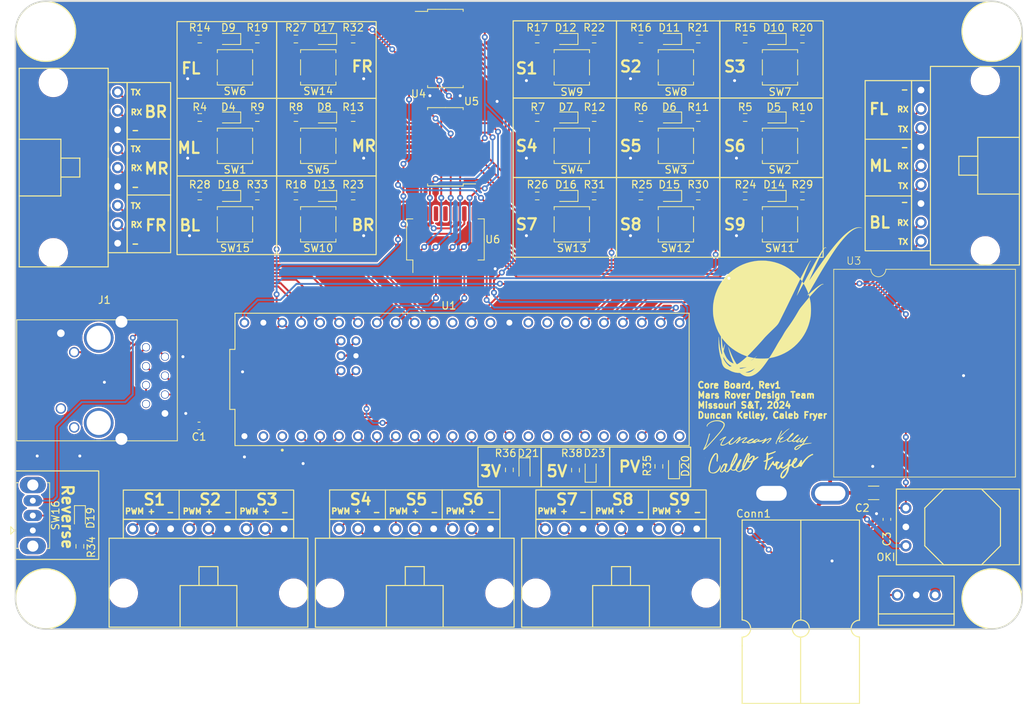
<source format=kicad_pcb>
(kicad_pcb (version 20221018) (generator pcbnew)
  (layers (0 "F.Cu" signal) (31 "B.Cu" signal) (34 "B.Paste" user) (35 "F.Paste" user) (36 "B.SilkS" user "B.Silkscreen") (37 "F.SilkS" user "F.Silkscreen") (38 "B.Mask" user) (39 "F.Mask" user) (44 "Edge.Cuts" user))
  (net 0 "")
  (footprint "Button_Switch_SMD:SW_SPST_TL3305A" (layer "F.Cu") (at 168.402 47.752 180)
    (fp_text reference "SW8")
    (fp_text value "SW_Push")
  )
  (footprint "Button_Switch_SMD:SW_SPST_TL3305A" (layer "F.Cu") (at 182.372 68.834 180)
    (fp_text reference "SW11")
    (fp_text value "SW_Push")
  )
  (footprint "Resistor_SMD:R_0603_1608Metric_Pad0.98x0.95mm_HandSolder" (layer "F.Cu") (at 117.3988 43.942 180)
    (fp_text reference "R27")
    (fp_text value "4.7k")
  )
  (footprint "LED_SMD:LED_0603_1608Metric_Pad1.05x0.95mm_HandSolder" (layer "F.Cu") (at 167.513 65.024 180)
    (fp_text reference "D15")
    (fp_text value "BLUE")
  )
  (footprint "Button_Switch_SMD:SW_SPST_TL3305A" (layer "F.Cu") (at 154.432 47.752 180)
    (fp_text reference "SW9")
    (fp_text value "SW_Push")
  )
  (footprint "Resistor_SMD:R_0603_1608Metric_Pad0.98x0.95mm_HandSolder" (layer "F.Cu") (at 112.2172 54.483 180)
    (fp_text reference "R9")
    (fp_text value "100")
  )
  (footprint "LED_SMD:LED_0603_1608Metric_Pad1.05x0.95mm_HandSolder" (layer "F.Cu") (at 148.082 101.854 -90)
    (fp_text reference "D21")
    (fp_text value "Green")
  )
  (footprint "Resistor_SMD:R_0603_1608Metric_Pad0.98x0.95mm_HandSolder" (layer "F.Cu") (at 112.2172 65.024 180)
    (fp_text reference "R33")
    (fp_text value "100")
  )
  (footprint "LED_SMD:LED_0603_1608Metric_Pad1.05x0.95mm_HandSolder" (layer "F.Cu") (at 167.513 43.942 180)
    (fp_text reference "D11")
    (fp_text value "BLUE")
  )
  (footprint "Button_Switch_SMD:SW_SPST_TL3305A" (layer "F.Cu") (at 182.372 47.752 180)
    (fp_text reference "SW7")
    (fp_text value "SW_Push")
  )
  (footprint "Resistor_SMD:R_0603_1608Metric_Pad0.98x0.95mm_HandSolder" (layer "F.Cu") (at 185.3819 65.024 180)
    (fp_text reference "R29")
    (fp_text value "100")
  )
  (footprint "Button_Switch_SMD:SW_SPST_TL3305A" (layer "F.Cu") (at 120.396 58.293 180)
    (fp_text reference "SW5")
    (fp_text value "SW_Push")
  )
  (footprint "Button_Switch_SMD:SW_SPST_TL3305A" (layer "F.Cu") (at 154.432 68.834 180)
    (fp_text reference "SW13")
    (fp_text value "SW_Push")
  )
  (footprint "Resistor_SMD:R_0603_1608Metric_Pad0.98x0.95mm_HandSolder" (layer "F.Cu") (at 163.703 54.483 180)
    (fp_text reference "R6")
    (fp_text value "4.7k")
  )
  (footprint "MRDT_Drill_Holes:4_40_Hole" (layer "F.Cu") (at 83.82 119.126 180)
    (fp_text reference "REF**" hide)
    (fp_text value "4_40_Hole" hide)
  )
  (footprint "Button_Switch_SMD:SW_SPST_TL3305A" (layer "F.Cu") (at 120.396 47.752 180)
    (fp_text reference "SW14")
    (fp_text value "SW_Push")
  )
  (footprint "Button_Switch_SMD:SW_SPST_TL3305A" (layer "F.Cu") (at 154.432 58.293 180)
    (fp_text reference "SW4")
    (fp_text value "SW_Push")
  )
  (footprint "Button_Switch_SMD:SW_SPST_TL3305A" (layer "F.Cu") (at 120.396 68.834 180)
    (fp_text reference "SW10")
    (fp_text value "SW_Push")
  )
  (footprint "Resistor_SMD:R_0603_1608Metric_Pad0.98x0.95mm_HandSolder" (layer "F.Cu") (at 125.0823 65.024 180)
    (fp_text reference "R23")
    (fp_text value "100")
  )
  (footprint "Resistor_SMD:R_0603_1608Metric_Pad0.98x0.95mm_HandSolder" (layer "F.Cu") (at 104.4956 65.024 180)
    (fp_text reference "R28")
    (fp_text value "4.7k")
  )
  (footprint "MRDT_Connectors:MOLEX_SL_09_Horizontal" (layer "F.Cu") (at 93.472 71.374 90)
    (fp_text reference "Conn3" hide)
    (fp_text value "Molex_SL_09")
  )
  (footprint "MRDT_Connectors:MOLEX_SL_09_Horizontal" (layer "F.Cu") (at 171.196 109.728 180)
    (fp_text reference "Conn6" hide)
    (fp_text value "Molex_SL_09")
  )
  (footprint "Resistor_SMD:R_0603_1608Metric_Pad0.98x0.95mm_HandSolder" (layer "F.Cu") (at 177.6984 54.483 180)
    (fp_text reference "R5")
    (fp_text value "4.7k")
  )
  (footprint "Resistor_SMD:R_0603_1608Metric_Pad0.98x0.95mm_HandSolder" (layer "F.Cu") (at 146.05 101.8159 -90)
    (fp_text reference "R36")
    (fp_text value "100")
  )
  (footprint "Resistor_SMD:R_0603_1608Metric_Pad0.98x0.95mm_HandSolder" (layer "F.Cu") (at 149.7838 65.024 180)
    (fp_text reference "R26")
    (fp_text value "4.7k")
  )
  (footprint "Resistor_SMD:R_0603_1608Metric_Pad0.98x0.95mm_HandSolder" (layer "F.Cu") (at 177.6984 65.024 180)
    (fp_text reference "R24")
    (fp_text value "4.7k")
  )
  (footprint "Package_SO:SOIC-16_4.55x10.3mm_P1.27mm" (layer "F.Cu") (at 137.4648 58.42 180)
    (fp_text reference "U5")
    (fp_text value "74HC148")
  )
  (footprint "MRDT_Devices:SHHD003A0A-SRZ" (layer "F.Cu") (at 189.576 74.8722 -90)
    (fp_text reference "U3")
    (fp_text value "SHHD003A0A")
  )
  (footprint "Resistor_SMD:R_0603_1608Metric_Pad0.98x0.95mm_HandSolder" (layer "F.Cu") (at 112.2172 43.942 180)
    (fp_text reference "R19")
    (fp_text value "100")
  )
  (footprint "Resistor_SMD:R_0603_1608Metric_Pad0.98x0.95mm_HandSolder" (layer "F.Cu") (at 185.3819 43.942 180)
    (fp_text reference "R20")
    (fp_text value "100")
  )
  (footprint "LED_SMD:LED_0603_1608Metric_Pad1.05x0.95mm_HandSolder" (layer "F.Cu") (at 153.5938 65.024 180)
    (fp_text reference "D16")
    (fp_text value "BLUE")
  )
  (footprint "LED_SMD:LED_0603_1608Metric_Pad1.05x0.95mm_HandSolder" (layer "F.Cu") (at 108.331 65.024 180)
    (fp_text reference "D18")
    (fp_text value "BLUE")
  )
  (footprint "MRDT_Connectors:MOLEX_SL_09_Horizontal" (layer "F.Cu") (at 201.295 50.8 -90)
    (fp_text reference "Conn2" hide)
    (fp_text value "Molex_SL_09")
  )
  (footprint "Resistor_SMD:R_0603_1608Metric_Pad0.98x0.95mm_HandSolder" (layer "F.Cu") (at 88.4045 112.0835 -90)
    (fp_text reference "R34")
    (fp_text value "100")
  )
  (footprint "LED_SMD:LED_0603_1608Metric_Pad1.05x0.95mm_HandSolder" (layer "F.Cu") (at 153.5938 54.483 180)
    (fp_text reference "D7")
    (fp_text value "BLUE")
  )
  (footprint "LED_SMD:LED_0603_1608Metric_Pad1.05x0.95mm_HandSolder" (layer "F.Cu") (at 108.331 43.942 180)
    (fp_text reference "D9")
    (fp_text value "BLUE")
  )
  (footprint "Resistor_SMD:R_0603_1608Metric_Pad0.98x0.95mm_HandSolder" (layer "F.Cu") (at 157.4292 54.483 180)
    (fp_text reference "R12")
    (fp_text value "100")
  )
  (footprint "Package_SO:SOIC-16_4.55x10.3mm_P1.27mm" (layer "F.Cu") (at 137.4648 45.212)
    (fp_text reference "U4")
    (fp_text value "74HC148")
  )
  (footprint "LED_SMD:LED_0603_1608Metric_Pad1.05x0.95mm_HandSolder" (layer "F.Cu") (at 108.331 54.483 180)
    (fp_text reference "D4")
    (fp_text value "BLUE")
  )
  (footprint "Button_Switch_SMD:SW_SPST_TL3305A" (layer "F.Cu") (at 168.402 68.834 180)
    (fp_text reference "SW12")
    (fp_text value "SW_Push")
  )
  (footprint "Resistor_SMD:R_0603_1608Metric_Pad0.98x0.95mm_HandSolder" (layer "F.Cu") (at 163.703 65.024 180)
    (fp_text reference "R25")
    (fp_text value "4.7k")
  )
  (footprint "Signatures:MRDT_CalebSig_15mmx5.4mm" (layer "F.Cu") (at 179.49833 100.442527)
    (fp_text reference "G***" hide)
    (fp_text value "LOGO" hide)
  )
  (footprint "MRDT_Drill_Holes:4_40_Hole" (layer "F.Cu") (at 83.82 42.926 180)
    (fp_text reference "REF**" hide)
    (fp_text value "4_40_Hole" hide)
  )
  (footprint "MRDT_Drill_Holes:4_40_Hole" (layer "F.Cu") (at 210.82 42.926 180)
    (fp_text reference "REF**" hide)
    (fp_text value "4_40_Hole" hide)
  )
  (footprint "MRDT_Shields:Teensy_4_1_Ethernet" (layer "F.Cu") (at 139.7 89.662)
    (fp_text reference "U1")
    (fp_text value "Teensy4.1_DEV-16771")
  )
  (footprint "LED_SMD:LED_0603_1608Metric_Pad1.05x0.95mm_HandSolder" (layer "F.Cu") (at 167.513 54.483 180)
    (fp_text reference "D6")
    (fp_text value "BLUE")
  )
  (footprint "Resistor_SMD:R_0603_1608Metric_Pad0.98x0.95mm_HandSolder" (layer "F.Cu") (at 149.7838 54.483 180)
    (fp_text reference "R7")
    (fp_text value "4.7k")
  )
  (footprint "Button_Switch_SMD:SW_SPST_TL3305A" (layer "F.Cu") (at 182.372 58.293 180)
    (fp_text reference "SW2")
    (fp_text value "SW_Push")
  )
  (footprint "Resistor_SMD:R_0603_1608Metric_Pad0.98x0.95mm_HandSolder" (layer "F.Cu") (at 177.6984 43.942 180)
    (fp_text reference "R15")
    (fp_text value "4.7k")
  )
  (footprint "LED_SMD:LED_0603_1608Metric_Pad1.05x0.95mm_HandSolder" (layer "F.Cu") (at 88.4045 108.283 -90)
    (fp_text reference "D19")
    (fp_text value "BLUE")
  )
  (footprint "Capacitor_SMD:C_0603_1608Metric_Pad1.08x0.95mm_HandSolder" (layer "F.Cu") (at 196.723 108.458 -90)
    (fp_text reference "C3")
    (fp_text value "10uF")
  )
  (footprint "Resistor_SMD:R_0603_1608Metric_Pad0.98x0.95mm_HandSolder" (layer "F.Cu") (at 157.4292 43.942 180)
    (fp_text reference "R22")
    (fp_text value "100")
  )
  (footprint "LED_SMD:LED_0603_1608Metric_Pad1.05x0.95mm_HandSolder" (layer "F.Cu") (at 181.5338 54.483 180)
    (fp_text reference "D5")
    (fp_text value "BLUE")
  )
  (footprint "Resistor_SMD:R_0603_1608Metric_Pad0.98x0.95mm_HandSolder" (layer "F.Cu") (at 154.9255 101.854 90)
    (fp_text reference "R38")
    (fp_text value "300")
  )
  (footprint "MRDT_Connectors:Square_Anderson_2_H_Side_By_Side_PV" (layer "F.Cu") (at 180.929 104.8422 90)
    (fp_text reference "Conn1")
    (fp_text value "AndersonPP")
  )
  (footprint "Resistor_SMD:R_0603_1608Metric_Pad0.98x0.95mm_HandSolder" (layer "F.Cu") (at 171.3992 43.942 180)
    (fp_text reference "R21")
    (fp_text value "100")
  )
  (footprint "Resistor_SMD:R_0603_1608Metric_Pad0.98x0.95mm_HandSolder" (layer "F.Cu") (at 149.7838 43.942 180)
    (fp_text reference "R17")
    (fp_text value "4.7k")
  )
  (footprint "LED_SMD:LED_0603_1608Metric_Pad1.05x0.95mm_HandSolder" (layer "F.Cu") (at 121.2088 43.942 180)
    (fp_text reference "D17")
    (fp_text value "BLUE")
  )
  (footprint "Signatures:MRDT_DuncanSig_15mmx4.9mm" (layer "F.Cu") (at 179.324 97.155)
    (fp_text reference "G***" hide)
    (fp_text value "LOGO" hide)
  )
  (footprint "LED_SMD:LED_0603_1608Metric_Pad1.05x0.95mm_HandSolder" (layer "F.Cu") (at 181.5338 65.024 180)
    (fp_text reference "D14")
    (fp_text value "BLUE")
  )
  (footprint "Resistor_SMD:R_0603_1608Metric_Pad0.98x0.95mm_HandSolder" (layer "F.Cu") (at 171.3992 54.483 180)
    (fp_text reference "R11")
    (fp_text value "100")
  )
  (footprint "MRDT_Connectors:RJ45_Teensy" (layer "F.Cu") (at 77.932 89.914 -90)
    (fp_text reference "J1")
    (fp_text value "RJ45_LED_Shielded")
  )
  (footprint "LED_SMD:LED_0603_1608Metric_Pad1.05x0.95mm_HandSolder" (layer "F.Cu") (at 153.5938 43.942 180)
    (fp_text reference "D12")
    (fp_text value "BLUE")
  )
  (footprint "Resistor_SMD:R_0603_1608Metric_Pad0.98x0.95mm_HandSolder" (layer "F.Cu") (at 185.3819 54.483 180)
    (fp_text reference "R10")
    (fp_text value "100")
  )
  (footprint "MRDT_Drill_Holes:4_40_Hole" (layer "F.Cu") (at 210.82 119.126 180)
    (fp_text reference "REF**" hide)
    (fp_text value "4_40_Hole" hide)
  )
  (footprint "Resistor_SMD:R_0603_1608Metric_Pad0.98x0.95mm_HandSolder" (layer "F.Cu") (at 157.4292 65.024 180)
    (fp_text reference "R31")
    (fp_text value "100")
  )
  (footprint "Button_Switch_SMD:SW_SPST_TL3305A" (layer "F.Cu") (at 109.22 47.752 180)
    (fp_text reference "SW6")
    (fp_text value "SW_Push")
  )
  (footprint "Resistor_SMD:R_0603_1608Metric_Pad0.98x0.95mm_HandSolder" (layer "F.Cu") (at 104.4956 54.483 180)
    (fp_text reference "R4")
    (fp_text value "4.7k")
  )
  (footprint "Capacitor_SMD:C_0603_1608Metric_Pad1.08x0.95mm_HandSolder" (layer "F.Cu") (at 104.394 95.9104 180)
    (fp_text reference "C1")
    (fp_text value "0.1uF")
  )
  (footprint "Capacitor_SMD:C_1206_3216Metric_Pad1.33x1.80mm_HandSolder" (layer "F.Cu") (at 194.945 104.902)
    (fp_text reference "C2")
    (fp_text value "10uF")
  )
  (footprint "MRDT_Connectors:MOLEX_SL_09_Horizontal" (layer "F.Cu") (at 115.824 109.728 180)
    (fp_text reference "Conn4" hide)
    (fp_text value "Molex_SL_09")
  )
  (footprint "LED_SMD:LED_0603_1608Metric_Pad1.05x0.95mm_HandSolder" (layer "F.Cu") (at 181.5338 43.942 180)
    (fp_text reference "D10")
    (fp_text value "BLUE")
  )
  (footprint "Button_Switch_THT:SW_Slide_1P2T_CK_OS102011MS2Q" (layer "F.Cu") (at 82.0855 109.95 90)
    (fp_text reference "SW16")
    (fp_text value "SW_SPDT")
  )
  (footprint "MRDT_Connectors:MOLEX_SL_09_Horizontal" (layer "F.Cu") (at 143.51 109.728 180)
    (fp_text reference "Conn5" hide)
    (fp_text value "Molex_SL_09")
  )
  (footprint "Resistor_SMD:R_0603_1608Metric_Pad0.98x0.95mm_HandSolder" (layer "F.Cu") (at 171.3992 65.024 180)
    (fp_text reference "R30")
    (fp_text value "100")
  )
  (footprint "Resistor_SMD:R_0603_1608Metric_Pad0.98x0.95mm_HandSolder" (layer "F.Cu") (at 125.0823 43.942 180)
    (fp_text reference "R32")
    (fp_text value "100")
  )
  (footprint "LED_SMD:LED_0603_1608Metric_Pad1.05x0.95mm_HandSolder" (layer "F.Cu") (at 156.9575 101.8159 90)
    (fp_text reference "D23")
    (fp_text value "Green")
  )
  (footprint "MRDT_Connectors:MOLEX_SL_03_Vertical" (layer "F.Cu") (at 203.2 118.618 180)
    (fp_text reference "Conn7" hide)
    (fp_text value "Molex_SL_03")
  )
  (footprint "Resistor_SMD:R_0603_1608Metric_Pad0.98x0.95mm_HandSolder" (layer "F.Cu") (at 104.4956 43.942 180)
    (fp_text reference "R14")
    (fp_text value "4.7k")
  )
  (footprint "Resistor_SMD:R_0603_1608Metric_Pad0.98x0.95mm_HandSolder" (layer "F.Cu") (at 166.116 101.346 90)
    (fp_text reference "R35")
    (fp_text value "3k")
  )
  (footprint "Resistor_SMD:R_0603_1608Metric_Pad0.98x0.95mm_HandSolder" (layer "F.Cu") (at 117.3988 54.483 180)
    (fp_text reference "R8")
    (fp_text value "4.7k")
  )
  (footprint "Button_Switch_SMD:SW_SPST_TL3305A" (layer "F.Cu") (at 109.22 68.834 180)
    (fp_text reference "SW15")
    (fp_text value "SW_Push")
  )
  (footprint "Resistor_SMD:R_0603_1608Metric_Pad0.98x0.95mm_HandSolder" (layer "F.Cu") (at 163.703 43.942 180)
    (fp_text reference "R16")
    (fp_text value "4.7k")
  )
  (footprint "LED_SMD:LED_0603_1608Metric_Pad1.05x0.95mm_HandSolder" (layer "F.Cu") (at 121.2088 65.024 180)
    (fp_text reference "D13")
    (fp_text value "BLUE")
  )
  (footprint "Button_Switch_SMD:SW_SPST_TL3305A" (layer "F.Cu") (at 109.22 58.293 180)
    (fp_text reference "SW1")
    (fp_text value "SW_Push")
  )
  (footprint "LED_SMD:LED_0603_1608Metric_Pad1.05x0.95mm_HandSolder" (layer "F.Cu") (at 121.2088 54.483 180)
    (fp_text reference "D8")
    (fp_text value "BLUE")
  )
  (footprint "Resistor_SMD:R_0603_1608Metric_Pad0.98x0.95mm_HandSolder" (layer "F.Cu") (at 125.0823 54.483 180)
    (fp_text reference "R13")
    (fp_text value "100")
  )
  (footprint "Package_SO:SO-14_5.3x10.2mm_P1.27mm" (layer "F.Cu") (at 137.4648 70.866 90)
    (fp_text reference "U6")
    (fp_text value "74HC00")
  )
  (footprint "MRDT_Devices:OKI_Horizontal" (layer "F.Cu") (at 199.263 112.014 90)
    (fp_text reference "U7" hide)
    (fp_text value "OKI")
  )
  (footprint "Button_Switch_SMD:SW_SPST_TL3305A" (layer "F.Cu") (at 168.402 58.293 180)
    (fp_text reference "SW3")
    (fp_text value "SW_Push")
  )
  (footprint "Resistor_SMD:R_0603_1608Metric_Pad0.98x0.95mm_HandSolder" (layer "F.Cu") (at 117.3988 65.024 180)
    (fp_text reference "R18")
    (fp_text value "4.7k")
  )
  (footprint "LED_SMD:LED_0603_1608Metric_Pad1.05x0.95mm_HandSolder" (layer "F.Cu") (at 168.148 101.346 90)
    (fp_text reference "D20")
    (fp_text value "Green")
  )
  (footprint "MRDT_Silkscreens:0_MRDT_Logo_20mm" (layer "F.Cu") (at 183.388 79.248)
    (fp_text reference "G***" hide)
    (fp_text value "LOGO" hide)
  )
  (gr_rect (start 94.742 49.784) (end 100.584 72.644) (stroke (width 0.15)) (fill none) (layer "F.SilkS"))
  (gr_rect (start 174.2948 62.5348) (end 188.1632 73.2536) (stroke (width 0.15)) (fill none) (layer "F.SilkS"))
  (gr_rect (start 146.558 41.5036) (end 160.4264 51.8668) (stroke (width 0.15)) (fill none) (layer "F.SilkS"))
  (gr_rect (start 160.4264 51.8668) (end 174.2948 62.5348) (stroke (width 0.15)) (fill none) (layer "F.SilkS"))
  (gr_line (start 137.033 104.5083) (end 137.033 108.4453) (stroke (width 0.15)) (layer "F.SilkS"))
  (gr_rect (start 160.4264 41.5036) (end 174.2948 51.8668) (stroke (width 0.15)) (fill none) (layer "F.SilkS"))
  (gr_line (start 94.742 57.404) (end 100.584 57.404) (stroke (width 0.15)) (layer "F.SilkS"))
  (gr_line (start 193.802 65.024) (end 200.025 65.024) (stroke (width 0.15)) (layer "F.SilkS"))
  (gr_rect (start 114.808 51.9176) (end 128.1684 62.3316) (stroke (width 0.15)) (fill none) (layer "F.SilkS"))
  (gr_line (start 101.727 104.521) (end 101.727 108.458) (stroke (width 0.15)) (layer "F.SilkS"))
  (gr_rect (start 79.756 101.9556) (end 90.932 113.8428) (stroke (width 0.15)) (fill none) (layer "F.SilkS"))
  (gr_line (start 193.802 57.404) (end 200.025 57.404) (stroke (width 0.15)) (layer "F.SilkS"))
  (gr_rect (start 114.808 62.3316) (end 128.1684 72.898) (stroke (width 0.15)) (fill none) (layer "F.SilkS"))
  (gr_rect (start 174.2948 51.8668) (end 188.1632 62.5348) (stroke (width 0.15)) (fill none) (layer "F.SilkS"))
  (gr_rect (start 101.4476 51.9176) (end 114.808 62.3316) (stroke (width 0.15)) (fill none) (layer "F.SilkS"))
  (gr_line (start 157.099 104.5083) (end 157.099 108.4453) (stroke (width 0.15)) (layer "F.SilkS"))
  (gr_rect (start 121.92 104.5083) (end 144.78 108.4453) (stroke (width 0.15)) (fill none) (layer "F.SilkS"))
  (gr_rect (start 146.558 62.5348) (end 160.4264 73.2536) (stroke (width 0.15)) (fill none) (layer "F.SilkS"))
  (gr_line (start 109.347 104.521) (end 109.347 108.458) (stroke (width 0.15)) (layer "F.SilkS"))
  (gr_line (start 94.742 64.897) (end 100.584 64.897) (stroke (width 0.15)) (layer "F.SilkS"))
  (gr_rect (start 174.2948 41.5036) (end 188.1632 51.8668) (stroke (width 0.15)) (fill none) (layer "F.SilkS"))
  (gr_rect (start 160.4264 62.5348) (end 174.2948 73.2536) (stroke (width 0.15)) (fill none) (layer "F.SilkS"))
  (gr_rect (start 150.3172 98.7552) (end 159.512 104.0892) (stroke (width 0.15)) (fill none) (layer "F.SilkS"))
  (gr_rect (start 141.8336 98.7552) (end 150.3172 104.0892) (stroke (width 0.15)) (fill none) (layer "F.SilkS"))
  (gr_rect (start 101.4476 41.6052) (end 114.808 51.9176) (stroke (width 0.15)) (fill none) (layer "F.SilkS"))
  (gr_rect (start 114.808 41.6052) (end 128.1684 51.9176) (stroke (width 0.15)) (fill none) (layer "F.SilkS"))
  (gr_line (start 164.719 104.5083) (end 164.719 108.4453) (stroke (width 0.15)) (layer "F.SilkS"))
  (gr_line (start 129.413 104.5083) (end 129.413 108.4453) (stroke (width 0.15)) (layer "F.SilkS"))
  (gr_rect (start 193.802 49.53) (end 200.025 72.39) (stroke (width 0.15)) (fill none) (layer "F.SilkS"))
  (gr_rect (start 159.512 98.7552) (end 170.3832 104.0892) (stroke (width 0.15)) (fill none) (layer "F.SilkS"))
  (gr_rect (start 149.606 104.5083) (end 172.466 108.4453) (stroke (width 0.15)) (fill none) (layer "F.SilkS"))
  (gr_rect (start 146.558 51.8668) (end 160.4264 62.5348) (stroke (width 0.15)) (fill none) (layer "F.SilkS"))
  (gr_rect (start 101.4476 62.3316) (end 114.808 72.898) (stroke (width 0.15)) (fill none) (layer "F.SilkS"))
  (gr_rect (start 94.234 104.521) (end 117.094 108.458) (stroke (width 0.15)) (fill none) (layer "F.SilkS"))
  (gr_line (start 210.740318 38.862) (end 83.82 38.862) (stroke (width 0.2)) (layer "Edge.Cuts"))
  (gr_arc (start 83.82 123.19) (mid 80.946318 121.999682) (end 79.756 119.126) (stroke (width 0.2)) (layer "Edge.Cuts"))
  (gr_arc (start 214.884 119.126) (mid 213.693682 121.999682) (end 210.82 123.19) (stroke (width 0.2)) (layer "Edge.Cuts"))
  (gr_line (start 210.82 123.19) (end 83.82 123.19) (stroke (width 0.2)) (layer "Edge.Cuts"))
  (gr_line (start 214.884 119.126) (end 214.884 43.005682) (stroke (width 0.2)) (layer "Edge.Cuts"))
  (gr_arc (start 210.740318 38.862) (mid 213.670338 40.075662) (end 214.884 43.005682) (stroke (width 0.2)) (layer "Edge.Cuts"))
  (gr_line (start 79.756 119.126) (end 79.756 42.926) (stroke (width 0.2)) (layer "Edge.Cuts"))
  (gr_arc (start 79.756 42.926) (mid 80.946318 40.052318) (end 83.82 38.862) (stroke (width 0.2)) (layer "Edge.Cuts"))
  (gr_text "RX" (at 95.123 69.342) (layer "F.SilkS") (effects (font (size 0.762 0.762) (thickness 0.1905) bold) (justify left bottom)))
  (gr_text "MR" (at 96.901 62.23) (layer "F.SilkS") (effects (font (size 1.5 1.5) (thickness 0.3) bold) (justify left bottom)))
  (gr_text "PWM" (at 129.794 107.8103) (layer "F.SilkS") (effects (font (size 0.762 0.762) (thickness 0.1905) bold) (justify left bottom)))
  (gr_text "BR" (at 124.714 69.8) (layer "F.SilkS") (effects (font (size 1.5 1.5) (thickness 0.3) bold) (justify left bottom)))
  (gr_text "+" (at 132.842 107.8103) (layer "F.SilkS") (effects (font (size 0.762 0.762) (thickness 0.1905) bold) (justify left bottom)))
  (gr_text "S7" (at 146.7485 69.723) (layer "F.SilkS") (effects (font (size 1.5 1.5) (thickness 0.3) bold) (justify left bottom)))
  (gr_text "RX" (at 95.123 54.229) (layer "F.SilkS") (effects (font (size 0.762 0.762) (thickness 0.1905) bold) (justify left bottom)))
  (gr_text "-" (at 198.501 66.294) (layer "F.SilkS") (effects (font (size 0.762 0.762) (thickness 0.1905) bold) (justify left bottom)))
  (gr_text "-" (at 107.696 107.95) (layer "F.SilkS") (effects (font (size 0.762 0.762) (thickness 0.1905) bold) (justify left bottom)))
  (gr_text "-" (at 198.501 51.181) (layer "F.SilkS") (effects (font (size 0.762 0.762) (thickness 0.1905) bold) (justify left bottom)))
  (gr_text "-" (at 163.068 107.9373) (layer "F.SilkS") (effects (font (size 0.762 0.762) (thickness 0.1905) bold) (justify left bottom)))
  (gr_text "S2" (at 104.267 106.68) (layer "F.SilkS") (effects (font (size 1.5 1.5) (thickness 0.3) bold) (justify left bottom)))
  (gr_text "PWM" (at 102.108 107.823) (layer "F.SilkS") (effects (font (size 0.762 0.762) (thickness 0.1905) bold) (justify left bottom)))
  (gr_text "Reverse" (at 85.8645 103.598 270) (layer "F.SilkS") (effects (font (size 1.5 1.5) (thickness 0.3) bold) (justify left bottom)))
  (gr_text "PWM" (at 149.733 107.8103) (layer "F.SilkS") (effects (font (size 0.762 0.762) (thickness 0.1905) bold) (justify left bottom)))
  (gr_text "+" (at 160.528 107.8103) (layer "F.SilkS") (effects (font (size 0.762 0.762) (thickness 0.1905) bold) (justify left bottom)))
  (gr_text "S1" (at 96.774 106.68) (layer "F.SilkS") (effects (font (size 1.5 1.5) (thickness 0.3) bold) (justify left bottom)))
  (gr_text "FL" (at 194.183 54.229) (layer "F.SilkS") (effects (font (size 1.5 1.5) (thickness 0.3) bold) (justify left bottom)))
  (gr_text "RX" (at 197.993 61.468) (layer "F.SilkS") (effects (font (size 0.762 0.762) (thickness 0.1905) bold) (justify left bottom)))
  (gr_text "PWM" (at 157.48 107.8103) (layer "F.SilkS") (effects (font (size 0.762 0.762) (thickness 0.1905) bold) (justify left bottom)))
  (gr_text "RX" (at 197.993 53.848) (layer "F.SilkS") (effects (font (size 0.762 0.762) (thickness 0.1905) bold) (justify left bottom)))
  (gr_text "S5" (at 131.953 106.6673) (layer "F.SilkS") (effects (font (size 1.5 1.5) (thickness 0.3) bold) (justify left bottom)))
  (gr_text "BL" (at 101.6 69.85) (layer "F.SilkS") (effects (font (size 1.5 1.5) (thickness 0.3) bold) (justify left bottom)))
  (gr_text "S2" (at 160.7185 48.514) (layer "F.SilkS") (effects (font (size 1.5 1.5) (thickness 0.3) bold) (justify left bottom)))
  (gr_text "S9" (at 167.259 106.6673) (layer "F.SilkS") (effects (font (size 1.5 1.5) (thickness 0.3) bold) (justify left bottom)))
  (gr_text "+" (at 125.095 107.8103) (layer "F.SilkS") (effects (font (size 0.762 0.762) (thickness 0.1905) bold) (justify left bottom)))
  (gr_text "MR" (at 124.714 59.182) (layer "F.SilkS") (effects (font (size 1.5 1.5) (thickness 0.3) bold) (justify left bottom)))
  (gr_text "S6" (at 174.6885 59.182) (layer "F.SilkS") (effects (font (size 1.5 1.5) (thickness 0.3) bold) (justify left bottom)))
  (gr_text "FR" (at 97.028 69.85) (layer "F.SilkS") (effects (font (size 1.5 1.5) (thickness 0.3) bold) (justify left bottom)))
  (gr_text "+" (at 140.462 107.8103) (layer "F.SilkS") (effects (font (size 0.762 0.762) (thickness 0.1905) bold) (justify left bottom)))
  (gr_text "TX" (at 95.123 59.182) (layer "F.SilkS") (effects (font (size 0.762 0.762) (thickness 0.1905) bold) (justify left bottom)))
  (gr_text "PV" (at 160.5788 102.2604) (layer "F.SilkS") (effects (font (size 1.5 1.5) (thickness 0.3) bold) (justify left bottom)))
  (gr_text "S7" (at 152.146 106.6673) (layer "F.SilkS") (effects (font (size 1.5 1.5) (thickness 0.3) bold) (justify left bottom)))
  (gr_text "ML" (at 101.346 59.436) (layer "F.SilkS") (effects (font (size 1.5 1.5) (thickness 0.3) bold) (justify left bottom)))
  (gr_text "-" (at 155.321 107.9373) (layer "F.SilkS") (effects (font (size 0.762 0.762) (thickness 0.1905) bold) (justify left bottom)))
  (gr_text "+" (at 97.409 107.823) (layer "F.SilkS") (effects (font (size 0.762 0.762) (thickness 0.1905) bold) (justify left bottom)))
  (gr_text "-" (at 99.949 107.95) (layer "F.SilkS") (effects (font (size 0.762 0.762) (thickness 0.1905) bold) (justify left bottom)))
  (gr_text "S3" (at 174.6885 48.514) (layer "F.SilkS") (effects (font (size 1.5 1.5) (thickness 0.3) bold) (justify left bottom)))
  (gr_text "S4" (at 146.7485 59.182) (layer "F.SilkS") (effects (font (size 1.5 1.5) (thickness 0.3) bold) (justify left bottom)))
  (gr_text "-" (at 95.25 71.882) (layer "F.SilkS") (effects (font (size 0.762 0.762) (thickness 0.1905) bold) (justify left bottom)))
  (gr_text "-" (at 135.382 107.9373) (layer "F.SilkS") (effects (font (size 0.762 0.762) (thickness 0.1905) bold) (justify left bottom)))
  (gr_text "-" (at 198.501 58.928) (layer "F.SilkS") (effects (font (size 0.762 0.762) (thickness 0.1905) bold) (justify left bottom)))
  (gr_text "RX" (at 95.123 61.722) (layer "F.SilkS") (effects (font (size 0.762 0.762) (thickness 0.1905) bold) (justify left bottom)))
  (gr_text "TX" (at 95.123 66.802) (layer "F.SilkS") (effects (font (size 0.762 0.762) (thickness 0.1905) bold) (justify left bottom)))
  (gr_text "+" (at 152.781 107.8103) (layer "F.SilkS") (effects (font (size 0.762 0.762) (thickness 0.1905) bold) (justify left bottom)))
  (gr_text "-" (at 95.25 64.262) (layer "F.SilkS") (effects (font (size 0.762 0.762) (thickness 0.1905) bold) (justify left bottom)))
  (gr_text "3V" (at 141.986 102.87) (layer "F.SilkS") (effects (font (size 1.5 1.5) (thickness 0.3) bold) (justify left bottom)))
  (gr_text "+" (at 168.148 107.8103) (layer "F.SilkS") (effects (font (size 0.762 0.762) (thickness 0.1905) bold) (justify left bottom)))
  (gr_text "S3" (at 111.887 106.68) (layer "F.SilkS") (effects (font (size 1.5 1.5) (thickness 0.3) bold) (justify left bottom)))
  (gr_text "TX" (at 198.12 71.628) (layer "F.SilkS") (effects (font (size 0.762 0.762) (thickness 0.1905) bold) (justify left bottom)))
  (gr_text "PWM" (at 122.047 107.8103) (layer "F.SilkS") (effects (font (size 0.762 0.762) (thickness 0.1905) bold) (justify left bottom)))
  (gr_text "S8" (at 159.639 106.6673) (layer "F.SilkS") (effects (font (size 1.5 1.5) (thickness 0.3) bold) (justify left bottom)))
  (gr_text "PWM" (at 165.1 107.8103) (layer "F.SilkS") (effects (font (size 0.762 0.762) (thickness 0.1905) bold) (justify left bottom)))
  (gr_text "PWM" (at 94.361 107.823) (layer "F.SilkS") (effects (font (size 0.762 0.762) (thickness 0.1905) bold) (justify left bottom)))
  (gr_text "FL" (at 101.854 48.768) (layer "F.SilkS") (effects (font (size 1.5 1.5) (thickness 0.3) bold) (justify left bottom)))
  (gr_text "-" (at 115.316 107.95) (layer "F.SilkS") (effects (font (size 0.762 0.762) (thickness 0.1905) bold) (justify left bottom)))
  (gr_text "Core Board, Rev1\nMars Rover Design Team\nMissouri S&T, 2024\nDuncan Kelley, Caleb Fryer" (at 171.196 92.456) (layer "F.SilkS") (effects (font (size 0.8382 0.8382) (thickness 0.20955)) (justify left)))
  (gr_text "S1" (at 146.7485 48.768) (layer "F.SilkS") (effects (font (size 1.5 1.5) (thickness 0.3) bold) (justify left bottom)))
  (gr_text "S4" (at 124.46 106.6673) (layer "F.SilkS") (effects (font (size 1.5 1.5) (thickness 0.3) bold) (justify left bottom)))
  (gr_text "PWM" (at 109.728 107.823) (layer "F.SilkS") (effects (font (size 0.762 0.762) (thickness 0.1905) bold) (justify left bottom)))
  (gr_text "TX" (at 198.12 64.135) (layer "F.SilkS") (effects (font (size 0.762 0.762) (thickness 0.1905) bold) (justify left bottom)))
  (gr_text "-" (at 170.688 107.9373) (layer "F.SilkS") (effects (font (size 0.762 0.762) (thickness 0.1905) bold) (justify left bottom)))
  (gr_text "-" (at 143.002 107.9373) (layer "F.SilkS") (effects (font (size 0.762 0.762) (thickness 0.1905) bold) (justify left bottom)))
  (gr_text "TX" (at 198.12 56.515) (layer "F.SilkS") (effects (font (size 0.762 0.762) (thickness 0.1905) bold) (justify left bottom)))
  (gr_text "S9" (at 174.6885 69.723) (layer "F.SilkS") (effects (font (size 1.5 1.5) (thickness 0.3) bold) (justify left bottom)))
  (gr_text "+" (at 105.156 107.823) (layer "F.SilkS") (effects (font (size 0.762 0.762) (thickness 0.1905) bold) (justify left bottom)))
  (gr_text "S6" (at 139.573 106.6673) (layer "F.SilkS") (effects (font (size 1.5 1.5) (thickness 0.3) bold) (justify left bottom)))
  (gr_text "BR" (at 96.901 54.61) (layer "F.SilkS") (effects (font (size 1.5 1.5) (thickness 0.3) bold) (justify left bottom)))
  (gr_text "FR" (at 124.714 48.514) (layer "F.SilkS") (effects (font (size 1.5 1.5) (thickness 0.3) bold) (justify left bottom)))
  (gr_text "S5" (at 160.7185 59.182) (layer "F.SilkS") (effects (font (size 1.5 1.5) (thickness 0.3) bold) (justify left bottom)))
  (gr_text "S8" (at 160.7185 69.723) (layer "F.SilkS") (effects (font (size 1.5 1.5) (thickness 0.3) bold) (justify left bottom)))
  (gr_text "ML" (at 194.183 61.849) (layer "F.SilkS") (effects (font (size 1.5 1.5) (thickness 0.3) bold) (justify left bottom)))
  (gr_text "+" (at 112.776 107.823) (layer "F.SilkS") (effects (font (size 0.762 0.762) (thickness 0.1905) bold) (justify left bottom)))
  (gr_text "BL" (at 194.183 69.469) (layer "F.SilkS") (effects (font (size 1.5 1.5) (thickness 0.3) bold) (justify left bottom)))
  (gr_text "TX" (at 95.123 51.562) (layer "F.SilkS") (effects (font (size 0.762 0.762) (thickness 0.1905) bold) (justify left bottom)))
  (gr_text "-" (at 95.25 56.642) (layer "F.SilkS") (effects (font (size 0.762 0.762) (thickness 0.1905) bold) (justify left bottom)))
  (gr_text "RX" (at 197.993 69.088) (layer "F.SilkS") (effects (font (size 0.762 0.762) (thickness 0.1905) bold) (justify left bottom)))
  (gr_text "-" (at 127.635 107.9373) (layer "F.SilkS") (effects (font (size 0.762 0.762) (thickness 0.1905) bold) (justify left bottom)))
  (gr_text "5V" (at 150.876 102.87) (layer "F.SilkS") (effects (font (size 1.5 1.5) (thickness 0.3) bold) (justify left bottom)))
  (gr_text "PWM" (at 137.414 107.8103) (layer "F.SilkS") (effects (font (size 0.762 0.762) (thickness 0.1905) bold) (justify left bottom)))
  (segment (start 134.9248 73.1012) (end 134.9248 74.3285) (width 0.254) (layer "F.Cu") (net 0))
  (segment (start 180.848 111.506) (end 173.555 104.213) (width 0.254) (layer "F.Cu") (net 0))
  (segment (start 109.2435 43.942) (end 111.3422 43.942) (width 0.254) (layer "F.Cu") (net 0))
  (segment (start 145.996 50.746) (end 145.996 52.832) (width 0.254) (layer "F.Cu") (net 0))
  (segment (start 122.702 66.04) (end 123.996 67.334) (width 0.254) (layer "F.Cu") (net 0))
  (segment (start 117.602 55.499) (end 118.364 55.499) (width 0.25) (layer "F.Cu") (net 0))
  (segment (start 100.446 47.636) (end 101.83 46.252) (width 0.25) (layer "F.Cu") (net 0))
  (segment (start 173.132572 104.818) (end 178.365786 110.051214) (width 0.254) (layer "F.Cu") (net 0))
  (segment (start 102.616 72.898) (end 101.346 71.628) (width 0.25) (layer "F.Cu") (net 0))
  (segment (start 106.212087 85.683536) (end 106.212087 85.683517) (width 0.25) (layer "F.Cu") (net 0))
  (segment (start 118.3113 53.7426) (end 117.9087 53.34) (width 0.25) (layer "F.Cu") (net 0))
  (segment (start 138.43 101.089208) (end 138.43 97.282) (width 0.25) (layer "F.Cu") (net 0))
  (segment (start 178.772 67.334) (end 176.506 67.334) (width 0.254) (layer "F.Cu") (net 0))
  (segment (start 142.367 59.055) (end 145.072 61.76) (width 0.254) (layer "F.Cu") (net 0))
  (segment (start 114.808 81.28) (end 114.808 78.232) (width 0.25) (layer "F.Cu") (net 0))
  (segment (start 147.254052 75.492) (end 173.999948 75.492) (width 0.254) (layer "F.Cu") (net 0))
  (segment (start 114.815 63.253) (end 114.815 63.239) (width 0.25) (layer "F.Cu") (net 0))
  (segment (start 159.766 52.832) (end 159.766 45.72) (width 0.25) (layer "F.Cu") (net 0))
  (segment (start 97.108 74.182406) (end 98.305594 75.38) (width 0.25) (layer "F.Cu") (net 0))
  (segment (start 156.464 66.04) (end 156.738 66.04) (width 0.25) (layer "F.Cu") (net 0))
  (segment (start 108.712 44.958) (end 106.914 44.958) (width 0.254) (layer "F.Cu") (net 0))
  (segment (start 197.358 74.025536) (end 193.879536 77.504) (width 0.254) (layer "F.Cu") (net 0))
  (segment (start 120.2 102.555208) (end 120.2 99.372) (width 0.25) (layer "F.Cu") (net 0))
  (segment (start 104.5991 66.04) (end 103.5831 65.024) (width 0.254) (layer "F.Cu") (net 0))
  (segment (start 147.442104 75.038) (end 144.164 71.759896) (width 0.254) (layer "F.Cu") (net 0))
  (segment (start 189.103 88.8452) (end 199.276 78.6722) (width 0.508) (layer "F.Cu") (net 0))
  (segment (start 172.974 79.756) (end 170.942 81.788) (width 0.25) (layer "F.Cu") (net 0))
  (segment (start 128.27 105.664) (end 128.27 97.282) (width 0.25) (layer "F.Cu") (net 0))
  (segment (start 127.6705 42.672) (end 117.856 42.672) (width 0.254) (layer "F.Cu") (net 0))
  (segment (start 104.818264 86.365587) (end 104.962007 86.509331) (width 0.25) (layer "F.Cu") (net 0))
  (segment (start 152.146 55.499) (end 152.126 55.499) (width 0.254) (layer "F.Cu") (net 0))
  (segment (start 168.4255 65.024) (end 170.5242 65.024) (width 0.254) (layer "F.Cu") (net 0))
  (segment (start 166.566 79.306) (end 194.631604 79.306) (width 0.25) (layer "F.Cu") (net 0))
  (segment (start 189.31402 77.506) (end 145.506 77.506) (width 0.25) (layer "F.Cu") (net 0))
  (segment (start 114.8115 43.18) (end 114.8115 44.7005) (width 0.25) (layer "F.Cu") (net 0))
  (segment (start 93.472 53.594) (end 97.108 57.23) (width 0.25) (layer "F.Cu") (net 0))
  (segment (start 173.736 64.516) (end 173.736 63.246) (width 0.25) (layer "F.Cu") (net 0))
  (segment (start 140.7148 45.847) (end 142.367 45.847) (width 0.254) (layer "F.Cu") (net 0))
  (segment (start 136.652 49.53) (end 135.509 48.387) (width 0.254) (layer "F.Cu") (net 0))
  (segment (start 180.34 44.958) (end 180.066 44.958) (width 0.254) (layer "F.Cu") (net 0))
  (segment (start 195.133406 77.531406) (end 198.292 74.372812) (width 0.25) (layer "F.Cu") (net 0))
  (segment (start 114.815 54.864) (end 114.815 54.102) (width 0.25) (layer "F.Cu") (net 0))
  (segment (start 166.096 55.499) (end 163.8065 55.499) (width 0.254) (layer "F.Cu") (net 0))
  (segment (start 140.7148 59.055) (end 142.367 59.055) (width 0.254) (layer "F.Cu") (net 0))
  (segment (start 101.9 92.269) (end 101.9 91.869) (width 0.25) (layer "F.Cu") (net 0))
  (segment (start 144.042 46.252) (end 142.367 44.577) (width 0.254) (layer "F.Cu") (net 0))
  (segment (start 146.05 102.7284) (end 148.0814 102.7284) (width 0.254) (layer "F.Cu") (net 0))
  (segment (start 198.742 74.559208) (end 198.742 72.644) (width 0.25) (layer "F.Cu") (net 0))
  (segment (start 150.624 104.818) (end 173.132572 104.818) (width 0.254) (layer "F.Cu") (net 0))
  (segment (start 185.2784 66.04) (end 186.2944 65.024) (width 0.254) (layer "F.Cu") (net 0))
  (segment (start 106.62 106.232) (end 106.934 106.232) (width 0.254) (layer "F.Cu") (net 0))
  (segment (start 135.89 99.185604) (end 135.89 97.282) (width 0.25) (layer "F.Cu") (net 0))
  (segment (start 120.2963 43.942) (end 118.3113 43.942) (width 0.254) (layer "F.Cu") (net 0))
  (segment (start 98.584563 95.028563) (end 99.4664 95.9104) (width 0.25) (layer "F.Cu") (net 0))
  (segment (start 140.7148 60.325) (end 142.367 60.325) (width 0.254) (layer "F.Cu") (net 0))
  (segment (start 166.638 64.248) (end 166.878 64.008) (width 0.25) (layer "F.Cu") (net 0))
  (segment (start 100.896 71.814396) (end 100.896 57.6) (width 0.25) (layer "F.Cu") (net 0))
  (segment (start 147.828 42.926) (end 145.669 40.767) (width 0.25) (layer "F.Cu") (net 0))
  (segment (start 159.766 54.102) (end 159.766 52.832) (width 0.25) (layer "F.Cu") (net 0))
  (segment (start 130.685792 43.307) (end 129.032 44.960792) (width 0.25) (layer "F.Cu") (net 0))
  (segment (start 198.282586 63.972414) (end 198.282586 73.652586) (width 0.254) (layer "F.Cu") (net 0))
  (segment (start 142.612792 105.272) (end 138.43 101.089208) (width 0.25) (layer "F.Cu") (net 0))
  (segment (start 140.716 65.278) (end 141.986 64.008) (width 0.254) (layer "F.Cu") (net 0))
  (segment (start 164.802 56.793) (end 166.096 55.499) (width 0.254) (layer "F.Cu") (net 0))
  (segment (start 129.54 106.934) (end 130.81 108.204) (width 0.254) (layer "F.Cu") (net 0))
  (segment (start 142.307008 104.326992) (end 142.800016 104.82) (width 0.254) (layer "F.Cu") (net 0))
  (segment (start 143.1645 56.515) (end 143.7995 57.15) (width 0.254) (layer "F.Cu") (net 0))
  (segment (start 140.7148 40.767) (end 145.542 40.767) (width 0.254) (layer "F.Cu") (net 0))
  (segment (start 187.198 53.594) (end 187.706 54.102) (width 0.25) (layer "F.Cu") (net 0))
  (segment (start 153.67 94.742) (end 156.21 97.282) (width 0.25) (layer "F.Cu") (net 0))
  (segment (start 166.6005 65.024) (end 164.6155 65.024) (width 0.254) (layer "F.Cu") (net 0))
  (segment (start 157.3257 55.499) (end 158.3417 54.483) (width 0.254) (layer "F.Cu") (net 0))
  (segment (start 166.096 44.958) (end 163.8065 44.958) (width 0.254) (layer "F.Cu") (net 0))
  (segment (start 170.942 81.788) (end 170.942 93.98) (width 0.25) (layer "F.Cu") (net 0))
  (segment (start 160.005896 73.66) (end 160.636 73.029896) (width 0.254) (layer "F.Cu") (net 0))
  (segment (start 145.526 71.19574) (end 147.99026 73.66) (width 0.254) (layer "F.Cu") (net 0))
  (segment (start 142.246 106.178) (end 142.24 106.172) (width 0.254) (layer "F.Cu") (net 0))
  (segment (start 146.05 97.282) (end 146.05 100.9269) (width 0.25) (layer "F.Cu") (net 0))
  (segment (start 95.308 74.92799) (end 97.56001 77.18) (width 0.25) (layer "F.Cu") (net 0))
  (segment (start 100.838 91.694) (end 99.822 91.694) (width 0.25) (layer "F.Cu") (net 0))
  (segment (start 121.666 44.958) (end 122.428 44.958) (width 0.254) (layer "F.Cu") (net 0))
  (segment (start 184.678 44.958) (end 185.972 46.252) (width 0.254) (layer "F.Cu") (net 0))
  (segment (start 173.555 104.213) (end 156.372 104.213) (width 0.254) (layer "F.Cu") (net 0))
  (segment (start 152.7188 64.1972) (end 152.908 64.008) (width 0.25) (layer "F.Cu") (net 0))
  (segment (start 153.924 66.04) (end 156.464 66.04) (width 0.25) (layer "F.Cu") (net 0))
  (segment (start 152.908 53.594) (end 159.258 53.594) (width 0.25) (layer "F.Cu") (net 0))
  (segment (start 189.873208 78.856) (end 164.476 78.856) (width 0.25) (layer "F.Cu") (net 0))
  (segment (start 129.482 45.147188) (end 129.482 71.305) (width 0.25) (layer "F.Cu") (net 0))
  (segment (start 198.282586 73.652586) (end 198.29 73.66) (width 0.254) (layer "F.Cu") (net 0))
  (segment (start 173.736 56.388) (end 173.736 54.102) (width 0.25) (layer "F.Cu") (net 0))
  (segment (start 136.906 65.278) (end 136.906 50.673) (width 0.254) (layer "F.Cu") (net 0))
  (segment (start 139.446 53.086) (end 137.922 51.562) (width 0.254) (layer "F.Cu") (net 0))
  (segment (start 145.506 77.506) (end 140.97 82.042) (width 0.25) (layer "F.Cu") (net 0))
  (segment (start 104.5991 55.499) (end 103.5831 54.483) (width 0.25) (layer "F.Cu") (net 0))
  (segment (start 118.364 44.958) (end 117.5023 44.958) (width 0.254) (layer "F.Cu") (net 0))
  (segment (start 175.062 57.856) (end 176.125 56.793) (width 0.254) (layer "F.Cu") (net 0))
  (segment (start 126.839 83.89912) (end 126.873 83.93312) (width 0.25) (layer "F.Cu") (net 0))
  (segment (start 114.3035 42.672) (end 114.8115 43.18) (width 0.25) (layer "F.Cu") (net 0))
  (segment (start 194.072416 77.956) (end 195.831208 76.197208) (width 0.25) (layer "F.Cu") (net 0))
  (segment (start 105.644078 85.539792) (end 105.787821 85.683536) (width 0.25) (layer "F.Cu") (net 0))
  (segment (start 126.688 75.38) (end 133.35 82.042) (width 0.25) (layer "F.Cu") (net 0))
  (segment (start 157.7185 67.31) (end 157.9925 67.31) (width 0.25) (layer "F.Cu") (net 0))
  (segment (start 142.367 42.037) (end 142.748 42.418) (width 0.254) (layer "F.Cu") (net 0))
  (segment (start 135.382 111.506) (end 143.002 111.506) (width 0.254) (layer "F.Cu") (net 0))
  (segment (start 101.83 46.252) (end 105.62 46.252) (width 0.25) (layer "F.Cu") (net 0))
  (segment (start 116.796 67.334) (end 118.09 66.04) (width 0.254) (layer "F.Cu") (net 0))
  (segment (start 118.3113 65.024) (end 118.3113 64.2093) (width 0.254) (layer "F.Cu") (net 0))
  (segment (start 95.957 90.369) (end 97.282 91.694) (width 0.25) (layer "F.Cu") (net 0))
  (segment (start 88.4045 113.8045) (end 88.9 114.3) (width 0.25) (layer "F.Cu") (net 0))
  (segment (start 108.966 66.04) (end 106.914 66.04) (width 0.254) (layer "F.Cu") (net 0))
  (segment (start 99.45 105.782) (end 99.822 105.782) (width 0.254) (layer "F.Cu") (net 0))
  (segment (start 148.0814 102.7284) (end 148.082 102.729) (width 0.254) (layer "F.Cu") (net 0))
  (segment (start 154.5063 43.942) (end 156.5542 43.942) (width 0.254) (layer "F.Cu") (net 0))
  (segment (start 124.9788 55.499) (end 122.702 55.499) (width 0.25) (layer "F.Cu") (net 0))
  (segment (start 147.99026 73.66) (end 160.005896 73.66) (width 0.254) (layer "F.Cu") (net 0))
  (segment (start 107.456 64.248) (end 107.456 65.024) (width 0.254) (layer "F.Cu") (net 0))
  (segment (start 93.472 68.834) (end 95.308 70.67) (width 0.25) (layer "F.Cu") (net 0))
  (segment (start 114.801 64.509) (end 114.046 63.754) (width 0.254) (layer "F.Cu") (net 0))
  (segment (start 142.367 45.847) (end 146.45 49.93) (width 0.254) (layer "F.Cu") (net 0))
  (segment (start 192.8125 111.506) (end 196.723 107.5955) (width 0.254) (layer "F.Cu") (net 0))
  (segment (start 147.066 75.946) (end 143.256 72.136) (width 0.254) (layer "F.Cu") (net 0))
  (segment (start 140.7148 49.657) (end 137.922 49.657) (width 0.254) (layer "F.Cu") (net 0))
  (segment (start 140.0048 74.3285) (end 140.0048 78.74) (width 0.254) (layer "F.Cu") (net 0))
  (segment (start 100.896 57.6) (end 101.703 56.793) (width 0.25) (layer "F.Cu") (net 0))
  (segment (start 98.112594 83.569) (end 96.009 83.569) (width 0.25) (layer "F.Cu") (net 0))
  (segment (start 187.706 54.102) (end 187.706 52.832) (width 0.25) (layer "F.Cu") (net 0))
  (segment (start 187.706 75.057) (end 187.706 64.516) (width 0.25) (layer "F.Cu") (net 0))
  (segment (start 121.158 102.87) (end 121.158 99.314) (width 0.25) (layer "F.Cu") (net 0))
  (segment (start 187.706 63.246) (end 187.706 56.134) (width 0.25) (layer "F.Cu") (net 0))
  (segment (start 163.8065 66.04) (end 162.7905 65.024) (width 0.254) (layer "F.Cu") (net 0))
  (segment (start 173.999948 75.492) (end 175.062 74.429948) (width 0.254) (layer "F.Cu") (net 0))
  (segment (start 82.0855 107.95) (end 84.836 107.95) (width 0.25) (layer "F.Cu") (net 0))
  (segment (start 96.887 84.469) (end 95.957 85.399) (width 0.25) (layer "F.Cu") (net 0))
  (segment (start 180.6588 53.7832) (end 180.848 53.594) (width 0.25) (layer "F.Cu") (net 0))
  (segment (start 85.344 108.458) (end 85.344 112.268) (width 0.25) (layer "F.Cu") (net 0))
  (segment (start 140.97 97.282) (end 140.97 102.989984) (width 0.254) (layer "F.Cu") (net 0))
  (segment (start 116.84 96.774) (end 118.872 94.742) (width 0.25) (layer "F.Cu") (net 0))
  (segment (start 144.526 56.388) (end 143.383 55.245) (width 0.254) (layer "F.Cu") (net 0))
  (segment (start 155.448 111.506) (end 163.068 111.506) (width 0.254) (layer "F.Cu") (net 0))
  (segment (start 154.5063 54.483) (end 156.5542 54.483) (width 0.254) (layer "F.Cu") (net 0))
  (segment (start 180.6588 43.942) (end 180.6588 43.1152) (width 0.25) (layer "F.Cu") (net 0))
  (segment (start 114.815 54.102) (end 114.808 54.102) (width 0.25) (layer "F.Cu") (net 0))
  (segment (start 103.70505 87.766287) (end 103.737761 87.800527) (width 0.25) (layer "F.Cu") (net 0))
  (segment (start 115.338 76.73) (end 120.65 82.042) (width 0.25) (layer "F.Cu") (net 0))
  (segment (start 145.072 71.383792) (end 147.818208 74.13) (width 0.254) (layer "F.Cu") (net 0))
  (segment (start 173.228 42.926) (end 173.736 43.434) (width 0.25) (layer "F.Cu") (net 0))
  (segment (start 97.558 73.99601) (end 98.49199 74.93) (width 0.25) (layer "F.Cu") (net 0))
  (segment (start 116.975208 105.78) (end 120.2 102.555208) (width 0.25) (layer "F.Cu") (net 0))
  (segment (start 102.5 91.869) (end 102.5 92.269) (width 0.25) (layer "F.Cu") (net 0))
  (segment (start 189.500416 77.956) (end 160.296 77.956) (width 0.25) (layer "F.Cu") (net 0))
  (segment (start 173.736 63.246) (end 173.736 56.388) (width 0.25) (layer "F.Cu") (net 0))
  (segment (start 166.6005 43.942) (end 164.6155 43.942) (width 0.254) (layer "F.Cu") (net 0))
  (segment (start 166.096 66.04) (end 164.802 67.334) (width 0.254) (layer "F.Cu") (net 0))
  (segment (start 106.914 66.04) (end 105.62 67.334) (width 0.254) (layer "F.Cu") (net 0))
  (segment (start 96.700604 84.019) (end 97.926198 84.019) (width 0.25) (layer "F.Cu") (net 0))
  (segment (start 93.472 66.294) (end 95.758 68.58) (width 0.25) (layer "F.Cu") (net 0))
  (segment (start 134.2148 56.515) (end 131.774 56.515) (width 0.254) (layer "F.Cu") (net 0))
  (segment (start 104.5991 44.958) (end 103.5831 43.942) (width 0.254) (layer "F.Cu") (net 0))
  (segment (start 119.888 44.958) (end 121.666 44.958) (width 0.254) (layer "F.Cu") (net 0))
  (segment (start 186.149629 107.920171) (end 178.083829 107.920171) (width 0.508) (layer "F.Cu") (net 0))
  (segment (start 173.736 72.898) (end 173.736 66.802) (width 0.25) (layer "F.Cu") (net 0))
  (segment (start 107.4185 65.024) (end 105.4081 65.024) (width 0.254) (layer "F.Cu") (net 0))
  (segment (start 103.737745 88.156295) (end 103.70505 88.190551) (width 0.25) (layer "F.Cu") (net 0))
  (segment (start 163.8065 55.499) (end 162.7905 54.483) (width 0.254) (layer "F.Cu") (net 0))
  (segment (start 113.79 106.682) (end 114.3 106.682) (width 0.254) (layer "F.Cu") (net 0))
  (segment (start 90.424 114.3) (end 90.932 113.792) (width 0.25) (layer "F.Cu") (net 0))
  (segment (start 115.062 111.506) (end 115.316 111.506) (width 0.254) (layer "F.Cu") (net 0))
  (segment (start 121.158 99.314) (end 123.19 97.282) (width 0.25) (layer "F.Cu") (net 0))
  (segment (start 193.04 76.7775) (end 192.9825 76.835) (width 0.25) (layer "F.Cu") (net 0))
  (segment (start 103.561307 87.192693) (end 103.56171 87.19229) (width 0.25) (layer "F.Cu") (net 0))
  (segment (start 106.924604 84.971) (end 122.981 84.971) (width 0.25) (layer "F.Cu") (net 0))
  (segment (start 93.472 58.674) (end 96.658 61.86) (width 0.25) (layer "F.Cu") (net 0))
  (segment (start 122.1213 65.024) (end 124.2073 65.024) (width 0.254) (layer "F.Cu") (net 0))
  (segment (start 198.292 74.372812) (end 198.292 73.66) (width 0.25) (layer "F.Cu") (net 0))
  (segment (start 105.4081 54.483) (end 107.4185 54.483) (width 0.25) (layer "F.Cu") (net 0))
  (segment (start 122.428 66.04) (end 124.9788 66.04) (width 0.254) (layer "F.Cu") (net 0))
  (segment (start 170.942 93.98) (end 169.418 95.504) (width 0.25) (layer "F.Cu") (net 0))
  (segment (start 97.932802 76.28) (end 117.428 76.28) (width 0.25) (layer "F.Cu") (net 0))
  (segment (start 98.497 92.242833) (end 98.497 90.336437) (width 0.25) (layer "F.Cu") (net 0))
  (segment (start 189.103 104.9668) (end 186.149629 107.920171) (width 0.508) (layer "F.Cu") (net 0))
  (segment (start 133.6548 67.4035) (end 133.6548 66.3448) (width 0.254) (layer "F.Cu") (net 0))
  (segment (start 125.46 84.492) (end 124.531 85.421) (width 0.25) (layer "F.Cu") (net 0))
  (segment (start 112.82 46.252) (end 111.526 44.958) (width 0.254) (layer "F.Cu") (net 0))
  (segment (start 130.68862 43.307) (end 130.687206 43.308414) (width 0.254) (layer "F.Cu") (net 0))
  (segment (start 162.028 46.252) (end 164.802 46.252) (width 0.254) (layer "F.Cu") (net 0))
  (segment (start 129.54 106.172) (end 128.72 105.352) (width 0.25) (layer "F.Cu") (net 0))
  (segment (start 168.4255 43.942) (end 170.5242 43.942) (width 0.254) (layer "F.Cu") (net 0))
  (segment (start 173.736 45.72) (end 173.736 43.434) (width 0.25) (layer "F.Cu") (net 0))
  (segment (start 170.708 55.499) (end 172.002 56.793) (width 0.254) (layer "F.Cu") (net 0))
  (segment (start 114.815 65.278) (end 114.815 64.77) (width 0.25) (layer "F.Cu") (net 0))
  (segment (start 107.188 55.499) (end 108.712 55.499) (width 0.25) (layer "F.Cu") (net 0))
  (segment (start 114.046 106.68) (end 117.348 106.68) (width 0.25) (layer "F.Cu") (net 0))
  (segment (start 138.176 60.198) (end 138.176 56.642) (width 0.254) (layer "F.Cu") (net 0))
  (segment (start 104.537743 86.933594) (end 104.537743 86.928007) (width 0.25) (layer "F.Cu") (net 0))
  (segment (start 88.9 114.3) (end 90.424 114.3) (width 0.25) (layer "F.Cu") (net 0))
  (segment (start 111.526 66.04) (end 112.1137 66.04) (width 0.254) (layer "F.Cu") (net 0))
  (segment (start 96.407 88.246437) (end 96.407 86.219) (width 0.25) (layer "F.Cu") (net 0))
  (segment (start 196.213604 77.087604) (end 198.742 74.559208) (width 0.25) (layer "F.Cu") (net 0))
  (segment (start 134.2148 42.037) (end 131.322224 42.037) (width 0.254) (layer "F.Cu") (net 0))
  (segment (start 160.366 74.584) (end 161.544 73.406) (width 0.254) (layer "F.Cu") (net 0))
  (segment (start 105.62 56.793) (end 106.914 55.499) (width 0.25) (layer "F.Cu") (net 0))
  (segment (start 160.177948 74.13) (end 161.09 73.217948) (width 0.254) (layer "F.Cu") (net 0))
  (segment (start 187.706 52.832) (end 187.706 45.466) (width 0.25) (layer "F.Cu") (net 0))
  (segment (start 114.815 64.509) (end 114.801 64.509) (width 0.254) (layer "F.Cu") (net 0))
  (segment (start 168.148 44.958) (end 170.708 44.958) (width 0.254) (layer "F.Cu") (net 0))
  (segment (start 199.263 97.409) (end 199.263 80.899) (width 0.254) (layer "F.Cu") (net 0))
  (segment (start 105.363557 86.532063) (end 105.363557 86.532044) (width 0.25) (layer "F.Cu") (net 0))
  (segment (start 180.6588 43.1152) (end 180.848 42.926) (width 0.25) (layer "F.Cu") (net 0))
  (segment (start 142.431224 105.724) (end 142.42781 105.720586) (width 0.254) (layer "F.Cu") (net 0))
  (segment (start 164.476 78.856) (end 161.29 82.042) (width 0.25) (layer "F.Cu") (net 0))
  (segment (start 141.986 64.008) (end 142.748 64.008) (width 0.254) (layer "F.Cu") (net 0))
  (segment (start 106.914 55.499) (end 107.188 55.499) (width 0.25) (layer "F.Cu") (net 0))
  (segment (start 127.381 67.183) (end 127.254 67.31) (width 0.25) (layer "F.Cu") (net 0))
  (segment (start 142.748 65.786) (end 142.24 65.278) (width 0.254) (layer "F.Cu") (net 0))
  (segment (start 107.456 53.834) (end 107.456 54.483) (width 0.25) (layer "F.Cu") (net 0))
  (segment (start 142.426396 105.722) (end 135.89 99.185604) (width 0.25) (layer "F.Cu") (net 0))
  (segment (start 132.979725 47.117) (end 134.2148 47.117) (width 0.254) (layer "F.Cu") (net 0))
  (segment (start 182.118 55.499) (end 184.678 55.499) (width 0.254) (layer "F.Cu") (net 0))
  (segment (start 134.2148 40.767) (end 131.950171 40.767) (width 0.254) (layer "F.Cu") (net 0))
  (segment (start 123.996 67.334) (end 127.23 67.334) (width 0.254) (layer "F.Cu") (net 0))
  (segment (start 152.126 55.499) (end 150.832 56.793) (width 0.254) (layer "F.Cu") (net 0))
  (segment (start 152.126 66.04) (end 150.832 67.334) (width 0.25) (layer "F.Cu") (net 0))
  (segment (start 197.5442 98.9922) (end 203.2 104.648) (width 1.27) (layer "F.Cu") (net 0))
  (segment (start 187.706 64.516) (end 187.706 63.246) (width 0.25) (layer "F.Cu") (net 0))
  (segment (start 180.6213 54.483) (end 178.6109 54.483) (width 0.254) (layer "F.Cu") (net 0))
  (segment (start 163.068 111.506) (end 170.434 111.506) (width 0.254) (layer "F.Cu") (net 0))
  (segment (start 138.7348 68.7832) (end 138.7348 67.4035) (width 0.254) (layer "F.Cu") (net 0))
  (segment (start 144.8175 76.835) (end 144.78 76.7975) (width 0.25) (layer "F.Cu") (net 0))
  (segment (start 127.357 56.793) (end 123.996 56.793) (width 0.25) (layer "F.Cu") (net 0))
  (segment (start 168.656 109.728) (end 170.434 111.506) (width 0.254) (layer "F.Cu") (net 0))
  (segment (start 172.002 46.252) (end 170.708 44.958) (width 0.254) (layer "F.Cu") (net 0))
  (segment (start 161.092 57.856) (end 162.155 56.793) (width 0.254) (layer "F.Cu") (net 0))
  (segment (start 187.198 42.926) (end 187.706 43.434) (width 0.254) (layer "F.Cu") (net 0))
  (segment (start 150.832 67.334) (end 147.272 67.334) (width 0.25) (layer "F.Cu") (net 0))
  (segment (start 152.4 44.958) (end 153.162 44.958) (width 0.254) (layer "F.Cu") (net 0))
  (segment (start 103.7 91.869) (end 103.7 92.269) (width 0.25) (layer "F.Cu") (net 0))
  (segment (start 170.434 111.506) (end 181.102 111.506) (width 0.254) (layer "F.Cu") (net 0))
  (segment (start 142.800016 104.82) (end 150.622 104.82) (width 0.254) (layer "F.Cu") (net 0))
  (segment (start 180.066 66.04) (end 180.34 66.04) (width 0.254) (layer "F.Cu") (net 0))
  (segment (start 124.146195 86.492) (end 123.46 86.492) (width 0.25) (layer "F.Cu") (net 0))
  (segment (start 129.032 65.532) (end 127.381 67.183) (width 0.25) (layer "F.Cu") (net 0))
  (segment (start 180.848 53.594) (end 187.198 53.594) (width 0.25) (layer "F.Cu") (net 0))
  (segment (start 159.766 56.134) (end 159.766 54.102) (width 0.25) (layer "F.Cu") (net 0))
  (segment (start 130.8455 45.847) (end 134.2148 45.847) (width 0.254) (layer "F.Cu") (net 0))
  (segment (start 114.815 56.642) (end 114.815 55.372) (width 0.25) (layer "F.Cu") (net 0))
  (segment (start 103.1 92.269) (end 103.1 91.869) (width 0.25) (layer "F.Cu") (net 0))
  (segment (start 184.678 55.499) (end 185.972 56.793) (width 0.254) (layer "F.Cu") (net 0))
  (segment (start 126.873 83.93312) (end 126.873 93.599) (width 0.25) (layer "F.Cu") (net 0))
  (segment (start 118.09 66.04) (end 118.364 66.04) (width 0.254) (layer "F.Cu") (net 0))
  (segment (start 95.758 74.741594) (end 97.746406 76.73) (width 0.25) (layer "F.Cu") (net 0))
  (segment (start 98.49199 74.93) (end 128.778 74.93) (width 0.25) (layer "F.Cu") (net 0))
  (segment (start 152.908 66.04) (end 153.924 66.04) (width 0.25) (layer "F.Cu") (net 0))
  (segment (start 96.208 63.95) (end 96.208 74.555198) (width 0.25) (layer "F.Cu") (net 0))
  (segment (start 131.826 46.8275) (end 130.8455 45.847) (width 0.254) (layer "F.Cu") (net 0))
  (segment (start 143.982124 76.362876) (end 143.982124 78.005277) (width 0.254) (layer "F.Cu") (net 0))
  (segment (start 98.947 92.056437) (end 99.459563 92.569) (width 0.25) (layer "F.Cu") (net 0))
  (segment (start 199.194 73.341225) (end 199.192 73.339225) (width 0.25) (layer "F.Cu") (net 0))
  (segment (start 117.5023 44.958) (end 116.4863 43.942) (width 0.254) (layer "F.Cu") (net 0))
  (segment (start 184.678 66.04) (end 185.972 67.334) (width 0.254) (layer "F.Cu") (net 0))
  (segment (start 147.272 67.334) (end 145.978 66.04) (width 0.25) (layer "F.Cu") (net 0))
  (segment (start 186.69 76.073) (end 187.706 75.057) (width 0.25) (layer "F.Cu") (net 0))
  (segment (start 145.994 53.03) (end 145.994 52.832) (width 0.25) (layer "F.Cu") (net 0))
  (segment (start 158.496 109.728) (end 154.492 105.724) (width 0.254) (layer "F.Cu") (net 0))
  (segment (start 184.678 55.499) (end 185.2784 55.499) (width 0.254) (layer "F.Cu") (net 0))
  (segment (start 133.096 65.786) (end 131.572 65.786) (width 0.254) (layer "F.Cu") (net 0))
  (segment (start 119.518 75.83) (end 125.73 82.042) (width 0.25) (layer "F.Cu") (net 0))
  (segment (start 129.032 95.504) (end 144.272 95.504) (width 0.25) (layer "F.Cu") (net 0))
  (segment (start 103.124 109.728) (end 106.62 106.232) (width 0.254) (layer "F.Cu") (net 0))
  (segment (start 160.638 47.642) (end 162.028 46.252) (width 0.254) (layer "F.Cu") (net 0))
  (segment (start 118.3113 64.2093) (end 117.856 63.754) (width 0.254) (layer "F.Cu") (net 0))
  (segment (start 169.418 95.504) (end 165.608 95.504) (width 0.25) (layer "F.Cu") (net 0))
  (segment (start 180.066 55.499) (end 177.8019 55.499) (width 0.254) (layer "F.Cu") (net 0))
  (segment (start 150.6963 65.024) (end 152.6813 65.024) (width 0.25) (layer "F.Cu") (net 0))
  (segment (start 89.154 86.614) (end 94.105604 86.614) (width 0.25) (layer "F.Cu") (net 0))
  (segment (start 115.57 82.042) (end 116.641 83.113) (width 0.25) (layer "F.Cu") (net 0))
  (segment (start 84.836 107.95) (end 85.344 108.458) (width 0.25) (layer "F.Cu") (net 0))
  (segment (start 180.6588 65.024) (end 180.6588 64.1972) (width 0.25) (layer "F.Cu") (net 0))
  (segment (start 107.95 42.672) (end 114.3035 42.672) (width 0.25) (layer "F.Cu") (net 0))
  (segment (start 193.879536 77.504) (end 189.31402 77.504) (width 0.254) (layer "F.Cu") (net 0))
  (segment (start 103.780733 88.071931) (end 103.737745 88.156295) (width 0.25) (layer "F.Cu") (net 0))
  (segment (start 111.526 55.499) (end 112.1137 55.499) (width 0.25) (layer "F.Cu") (net 0))
  (segment (start 156.738 44.958) (end 157.3257 44.958) (width 0.254) (layer "F.Cu") (net 0))
  (segment (start 118.3113 43.942) (end 118.3113 43.1273) (width 0.254) (layer "F.Cu") (net 0))
  (segment (start 164.802 56.793) (end 164.949 56.793) (width 0.254) (layer "F.Cu") (net 0))
  (segment (start 96.208 74.555198) (end 97.932802 76.28) (width 0.25) (layer "F.Cu") (net 0))
  (segment (start 159.766 64.516) (end 159.766 63.246) (width 0.25) (layer "F.Cu") (net 0))
  (segment (start 140.7148 47.117) (end 142.367 47.117) (width 0.254) (layer "F.Cu") (net 0))
  (segment (start 106.914 44.958) (end 104.5991 44.958) (width 0.254) (layer "F.Cu") (net 0))
  (segment (start 156.738 44.958) (end 158.032 46.252) (width 0.254) (layer "F.Cu") (net 0))
  (segment (start 163.83 82.042) (end 166.566 79.306) (width 0.25) (layer "F.Cu") (net 0))
  (segment (start 107.95 63.754) (end 107.456 64.248) (width 0.254) (layer "F.Cu") (net 0))
  (segment (start 114.815 64.77) (end 114.815 64.262) (width 0.25) (layer "F.Cu") (net 0))
  (segment (start 143.383 55.245) (end 140.7148 55.245) (width 0.254) (layer "F.Cu") (net 0))
  (segment (start 152.654 66.04) (end 152.908 66.04) (width 0.25) (layer "F.Cu") (net 0))
  (segment (start 124.9788 44.958) (end 125.9948 43.942) (width 0.254) (layer "F.Cu") (net 0))
  (segment (start 131.953 59.055) (end 134.2148 59.055) (width 0.254) (layer "F.Cu") (net 0))
  (segment (start 105.386273 86.509331) (end 105.386272 86.509329) (width 0.25) (layer "F.Cu") (net 0))
  (segment (start 128.524 55.626) (end 127.357 56.793) (width 0.25) (layer "F.Cu") (net 0))
  (segment (start 187.198 64.008) (end 187.706 64.516) (width 0.25) (layer "F.Cu") (net 0))
  (segment (start 112.1137 44.958) (end 113.1297 43.942) (width 0.254) (layer "F.Cu") (net 0))
  (segment (start 142.367 60.325) (end 144.618 62.576) (width 0.254) (layer "F.Cu") (net 0))
  (segment (start 189.686812 78.406) (end 194.258812 78.406) (width 0.25) (layer "F.Cu") (net 0))
  (segment (start 131.950171 40.767) (end 126.465171 46.252) (width 0.254) (layer "F.Cu") (net 0))
  (segment (start 129.932 71.491396) (end 128.075396 73.348) (width 0.25) (layer "F.Cu") (net 0))
  (segment (start 175.514 76.073) (end 186.69 76.073) (width 0.25) (layer "F.Cu") (net 0))
  (segment (start 180.34 55.499) (end 182.118 55.499) (width 0.254) (layer "F.Cu") (net 0))
  (segment (start 88.4045 112.996) (end 88.4045 113.8045) (width 0.25) (layer "F.Cu") (net 0))
  (segment (start 159.258 64.008) (end 159.766 64.516) (width 0.25) (layer "F.Cu") (net 0))
  (segment (start 103.9852 87.192322) (end 103.985571 87.192693) (width 0.25) (layer "F.Cu") (net 0))
  (segment (start 156.372 104.213) (end 154.9255 102.7665) (width 0.254) (layer "F.Cu") (net 0))
  (segment (start 129.54 106.934) (end 128.27 105.664) (width 0.25) (layer "F.Cu") (net 0))
  (segment (start 180.066 55.499) (end 180.34 55.499) (width 0.254) (layer "F.Cu") (net 0))
  (segment (start 103.795548 87.978414) (end 103.780733 88.071931) (width 0.25) (layer "F.Cu") (net 0))
  (segment (start 95.758 68.58) (end 95.758 74.741594) (width 0.25) (layer "F.Cu") (net 0))
  (segment (start 203.2 104.648) (end 203.2 118.618) (width 1.27) (layer "F.Cu") (net 0))
  (segment (start 146.446 53.594) (end 146.446 55.626) (width 0.254) (layer "F.Cu") (net 0))
  (segment (start 145.072 61.76) (end 145.072 71.383792) (width 0.254) (layer "F.Cu") (net 0))
  (segment (start 97.282 91.694) (end 97.282 90.424) (width 0.25) (layer "F.Cu") (net 0))
  (segment (start 117.9087 53.34) (end 115.577 53.34) (width 0.25) (layer "F.Cu") (net 0))
  (segment (start 146.45 53.59) (end 146.446 53.594) (width 0.254) (layer "F.Cu") (net 0))
  (segment (start 96.658 61.86) (end 96.658 74.368802) (width 0.25) (layer "F.Cu") (net 0))
  (segment (start 138.1405 69.3775) (end 138.7348 68.7832) (width 0.254) (layer "F.Cu") (net 0))
  (segment (start 160.638 61.722) (end 160.638 47.642) (width 0.254) (layer "F.Cu") (net 0))
  (segment (start 107.442 111.506) (end 107.696 111.506) (width 0.254) (layer "F.Cu") (net 0))
  (segment (start 129.482 71.305) (end 127.889 72.898) (width 0.25) (layer "F.Cu") (net 0))
  (segment (start 99.706 105.78) (end 116.975208 105.78) (width 0.25) (layer "F.Cu") (net 0))
  (segment (start 177.8019 66.04) (end 176.7859 65.024) (width 0.254) (layer "F.Cu") (net 0))
  (segment (start 114.815 44.704) (end 114.815 53.34) (width 0.25) (layer "F.Cu") (net 0))
  (segment (start 140.7148 42.037) (end 142.367 42.037) (width 0.254) (layer "F.Cu") (net 0))
  (segment (start 194.258812 78.406) (end 195.133406 77.531406) (width 0.25) (layer "F.Cu") (net 0))
  (segment (start 174.244 75.946) (end 147.066 75.946) (width 0.254) (layer "F.Cu") (net 0))
  (segment (start 152.654 66.04) (end 152.126 66.04) (width 0.25) (layer "F.Cu") (net 0))
  (segment (start 186.944 118.618) (end 198.12 118.618) (width 0.254) (layer "F.Cu") (net 0))
  (segment (start 106.212087 85.683517) (end 106.924604 84.971) (width 0.25) (layer "F.Cu") (net 0))
  (segment (start 143.256 66.294) (end 142.748 65.786) (width 0.254) (layer "F.Cu") (net 0))
  (segment (start 134.62 106.172) (end 129.54 106.172) (width 0.25) (layer "F.Cu") (net 0))
  (segment (start 90.932 106.68) (end 92.282 105.33) (width 0.25) (layer "F.Cu") (net 0))
  (segment (start 199.644 73.152) (end 199.644 74.93) (width 0.25) (layer "F.Cu") (net 0))
  (segment (start 153.162 44.958) (end 153.924 44.958) (width 0.254) (layer "F.Cu") (net 0))
  (segment (start 118.3113 43.1273) (end 117.856 42.672) (width 0.254) (layer "F.Cu") (net 0))
  (segment (start 166.096 55.499) (end 167.894 55.499) (width 0.254) (layer "F.Cu") (net 0))
  (segment (start 157.3257 66.04) (end 158.3417 65.024) (width 0.25) (layer "F.Cu") (net 0))
  (segment (start 163.8065 44.958) (end 162.7905 43.942) (width 0.254) (layer "F.Cu") (net 0))
  (segment (start 130.326143 45.327643) (end 130.8455 45.847) (width 0.254) (layer "F.Cu") (net 0))
  (segment (start 173.736 54.102) (end 173.736 52.832) (width 0.25) (layer "F.Cu") (net 0))
  (segment (start 103.985571 87.19828) (end 104.129314 87.342024) (width 0.25) (layer "F.Cu") (net 0))
  (segment (start 138.43 109.728) (end 134.874 106.172) (width 0.254) (layer "F.Cu") (net 0))
  (segment (start 128.778 74.93) (end 135.89 82.042) (width 0.25) (layer "F.Cu") (net 0))
  (segment (start 155.194 111.506) (end 155.448 111.506) (width 0.254) (layer "F.Cu") (net 0))
  (segment (start 126.389 84.085516) (end 126.389 84.939) (width 0.25) (layer "F.Cu") (net 0))
  (segment (start 156.738 66.04) (end 158.032 67.334) (width 0.25) (layer "F.Cu") (net 0))
  (segment (start 158.032 67.1) (end 158.032 67.334) (width 0.25) (layer "F.Cu") (net 0))
  (segment (start 114.8115 44.7005) (end 114.815 44.704) (width 0.25) (layer "F.Cu") (net 0))
  (segment (start 117.5023 66.04) (end 116.4863 65.024) (width 0.254) (layer "F.Cu") (net 0))
  (segment (start 174.608 47.388) (end 174.608 74.241896) (width 0.254) (layer "F.Cu") (net 0))
  (segment (start 125.075195 85.563) (end 124.146195 86.492) (width 0.25) (layer "F.Cu") (net 0))
  (segment (start 114.815 55.372) (end 114.815 54.864) (width 0.25) (layer "F.Cu") (net 0))
  (segment (start 116.796 46.252) (end 118.09 44.958) (width 0.254) (layer "F.Cu") (net 0))
  (segment (start 159.766 45.72) (end 159.766 43.434) (width 0.25) (layer "F.Cu") (net 0))
  (segment (start 125.866484 83.563) (end 126.389 84.085516) (width 0.25) (layer "F.Cu") (net 0))
  (segment (start 150.622 104.82) (end 150.624 104.818) (width 0.254) (layer "F.Cu") (net 0))
  (segment (start 103.70505 87.7607) (end 103.540293 87.595943) (width 0.25) (layer "F.Cu") (net 0))
  (segment (start 185.2784 55.499) (end 186.2944 54.483) (width 0.254) (layer "F.Cu") (net 0))
  (segment (start 174.608 74.241896) (end 173.811896 75.038) (width 0.254) (layer "F.Cu") (net 0))
  (segment (start 116.84 104.14) (end 116.84 96.774) (width 0.25) (layer "F.Cu") (net 0))
  (segment (start 166.878 53.594) (end 173.228 53.594) (width 0.25) (layer "F.Cu") (net 0))
  (segment (start 152.126 66.04) (end 149.8873 66.04) (width 0.25) (layer "F.Cu") (net 0))
  (segment (start 160.636 61.724) (end 160.638 61.722) (width 0.254) (layer "F.Cu") (net 0))
  (segment (start 153.924 44.958) (end 156.738 44.958) (width 0.254) (layer "F.Cu") (net 0))
  (segment (start 120.65 102.741604) (end 120.65 97.282) (width 0.25) (layer "F.Cu") (net 0))
  (segment (start 170.434 66.04) (end 171.2957 66.04) (width 0.254) (layer "F.Cu") (net 0))
  (segment (start 105.62 67.334) (end 102.34 67.334) (width 0.254) (layer "F.Cu") (net 0))
  (segment (start 121.666 66.04) (end 122.428 66.04) (width 0.254) (layer "F.Cu") (net 0))
  (segment (start 182.4463 43.942) (end 184.5069 43.942) (width 0.254) (layer "F.Cu") (net 0))
  (segment (start 146.446 55.626) (end 147.613 56.793) (width 0.254) (layer "F.Cu") (net 0))
  (segment (start 132.461 55.245) (end 131.826 54.61) (width 0.254) (layer "F.Cu") (net 0))
  (segment (start 145.034 75.311) (end 143.982124 76.362876) (width 0.254) (layer "F.Cu") (net 0))
  (segment (start 117.602 55.499) (end 117.5023 55.499) (width 0.25) (layer "F.Cu") (net 0))
  (segment (start 109.2435 54.483) (end 111.3422 54.483) (width 0.254) (layer "F.Cu") (net 0))
  (segment (start 136.1948 74.3285) (end 136.1948 78.74) (width 0.254) (layer "F.Cu") (net 0))
  (segment (start 118.3113 54.483) (end 118.3113 53.7426) (width 0.25) (layer "F.Cu") (net 0))
  (segment (start 97.108 57.23) (end 97.108 74.182406) (width 0.25) (layer "F.Cu") (net 0))
  (segment (start 127.82 99.372) (end 125.73 97.282) (width 0.25) (layer "F.Cu") (net 0))
  (segment (start 161.544 105.272) (end 142.612792 105.272) (width 0.25) (layer "F.Cu") (net 0))
  (segment (start 198.736586 66.058414) (end 198.736586 72.644) (width 0.254) (layer "F.Cu") (net 0))
  (segment (start 100.446 72.000792) (end 100.446 47.636) (width 0.25) (layer "F.Cu") (net 0))
  (segment (start 114.808 72.1735) (end 114.815 72.1665) (width 0.25) (layer "F.Cu") (net 0))
  (segment (start 117.161604 106.23) (end 120.65 102.741604) (width 0.25) (layer "F.Cu") (net 0))
  (segment (start 149.8873 44.958) (end 148.8713 43.942) (width 0.254) (layer "F.Cu") (net 0))
  (segment (start 116.659 56.7685) (end 116.6925 56.7685) (width 0.25) (layer "F.Cu") (net 0))
  (segment (start 118.364 44.958) (end 119.888 44.958) (width 0.254) (layer "F.Cu") (net 0))
  (segment (start 131.774 56.515) (end 129.932 58.357) (width 0.25) (layer "F.Cu") (net 0))
  (segment (start 143.002 111.506) (end 155.448 111.506) (width 0.254) (layer "F.Cu") (net 0))
  (segment (start 166.116 109.728) (end 161.66 105.272) (width 0.254) (layer "F.Cu") (net 0))
  (segment (start 177.8019 55.499) (end 176.7859 54.483) (width 0.254) (layer "F.Cu") (net 0))
  (segment (start 126.389 84.939) (end 125.765 85.563) (width 0.25) (layer "F.Cu") (net 0))
  (segment (start 152.908 64.008) (end 159.258 64.008) (width 0.25) (layer "F.Cu") (net 0))
  (segment (start 201.295 63.5) (end 198.736586 66.058414) (width 0.254) (layer "F.Cu") (net 0))
  (segment (start 127.23 67.334) (end 127.381 67.183) (width 0.254) (layer "F.Cu") (net 0))
  (segment (start 180.848 42.926) (end 187.198 42.926) (width 0.25) (layer "F.Cu") (net 0))
  (segment (start 162.536 67.334) (end 164.802 67.334) (width 0.254) (layer "F.Cu") (net 0))
  (segment (start 128.261792 73.798) (end 102.243208 73.798) (width 0.25) (layer "F.Cu") (net 0))
  (segment (start 171.2957 44.958) (end 172.3117 43.942) (width 0.254) (layer "F.Cu") (net 0))
  (segment (start 162.814 111.506) (end 163.068 111.506) (width 0.254) (layer "F.Cu") (net 0))
  (segment (start 147.818208 74.13) (end 160.177948 74.13) (width 0.254) (layer "F.Cu") (net 0))
  (segment (start 106.1 91.869) (end 106.1 92.269) (width 0.25) (layer "F.Cu") (net 0))
  (segment (start 107.188 55.499) (end 104.5991 55.499) (width 0.25) (layer "F.Cu") (net 0))
  (segment (start 175.062 74.429948) (end 175.062 57.856) (width 0.254) (layer "F.Cu") (net 0))
  (segment (start 117.856 42.672) (end 115.3195 42.672) (width 0.254) (layer "F.Cu") (net 0))
  (segment (start 114.815 67.056) (end 114.815 65.278) (width 0.25) (layer "F.Cu") (net 0))
  (segment (start 182.4463 65.024) (end 184.5069 65.024) (width 0.254) (layer "F.Cu") (net 0))
  (segment (start 116.641 83.113) (end 126.05288 83.113) (width 0.25) (layer "F.Cu") (net 0))
  (segment (start 199.190586 70.684414) (end 199.190586 72.582362) (width 0.254) (layer "F.Cu") (net 0))
  (segment (start 134.2148 44.577) (end 130.055016 44.577) (width 0.254) (layer "F.Cu") (net 0))
  (segment (start 166.878 42.926) (end 173.228 42.926) (width 0.25) (layer "F.Cu") (net 0))
  (segment (start 152.4 44.958) (end 152.126 44.958) (width 0.254) (layer "F.Cu") (net 0))
  (segment (start 92.282 105.33) (end 115.65 105.33) (width 0.25) (layer "F.Cu") (net 0))
  (segment (start 173.795658 103.632) (end 167.4895 103.632) (width 0.508) (layer "F.Cu") (net 0))
  (segment (start 118.11 80.264) (end 118.11 82.042) (width 0.25) (layer "F.Cu") (net 0))
  (segment (start 87.642 86.004) (end 88.544 86.004) (width 0.25) (layer "F.Cu") (net 0))
  (segment (start 131.1065 59.9015) (end 131.953 59.055) (width 0.254) (layer "F.Cu") (net 0))
  (segment (start 166.096 44.958) (end 164.802 46.252) (width 0.254) (layer "F.Cu") (net 0))
  (segment (start 144.272 95.504) (end 146.05 97.282) (width 0.25) (layer "F.Cu") (net 0))
  (segment (start 124.9788 66.04) (end 125.9948 65.024) (width 0.254) (layer "F.Cu") (net 0))
  (segment (start 136.906 50.673) (end 137.922 49.657) (width 0.254) (layer "F.Cu") (net 0))
  (segment (start 149.8873 55.499) (end 148.8713 54.483) (width 0.254) (layer "F.Cu") (net 0))
  (segment (start 145.978 66.04) (end 145.994 66.024) (width 0.25) (layer "F.Cu") (net 0))
  (segment (start 93.472 51.054) (end 97.558 55.14) (width 0.25) (layer "F.Cu") (net 0))
  (segment (start 192.9825 76.835) (end 144.8175 76.835) (width 0.25) (layer "F.Cu") (net 0))
  (segment (start 107.696 111.506) (end 115.316 111.506) (width 0.254) (layer "F.Cu") (net 0))
  (segment (start 131.1065 66.2515) (end 131.1065 70.866) (width 0.254) (layer "F.Cu") (net 0))
  (segment (start 140.97 109.728) (end 142.748 111.506) (width 0.254) (layer "F.Cu") (net 0))
  (segment (start 150.876 109.728) (end 147.326 106.178) (width 0.254) (layer "F.Cu") (net 0))
  (segment (start 189.686812 78.406) (end 162.386 78.406) (width 0.25) (layer "F.Cu") (net 0))
  (segment (start 166.638 43.166) (end 166.878 42.926) (width 0.25) (layer "F.Cu") (net 0))
  (segment (start 201.295 53.34) (end 197.358 57.277) (width 0.254) (layer "F.Cu") (net 0))
  (segment (start 127.508 111.506) (end 127.762 111.506) (width 0.254) (layer "F.Cu") (net 0))
  (segment (start 180.066 44.958) (end 177.8019 44.958) (width 0.254) (layer "F.Cu") (net 0))
  (segment (start 122.1213 43.942) (end 124.2073 43.942) (width 0.254) (layer "F.Cu") (net 0))
  (segment (start 145.994 66.024) (end 145.994 62.484) (width 0.25) (layer "F.Cu") (net 0))
  (segment (start 113.284 109.728) (end 115.062 111.506) (width 0.254) (layer "F.Cu") (net 0))
  (segment (start 132.588 52.07) (end 132.588 47.508725) (width 0.254) (layer "F.Cu") (net 0))
  (segment (start 157.3257 44.958) (end 158.3417 43.942) (width 0.254) (layer "F.Cu") (net 0))
  (segment (start 118.3113 54.483) (end 120.3338 54.483) (width 0.25) (layer "F.Cu") (net 0))
  (segment (start 93.472 61.214) (end 96.208 63.95) (width 0.25) (layer "F.Cu") (net 0))
  (segment (start 201.295 55.88) (end 197.828586 59.346414) (width 0.254) (layer "F.Cu") (net 0))
  (segment (start 104.9 91.869) (end 104.9 92.269) (width 0.25) (layer "F.Cu") (net 0))
  (segment (start 159.766 63.246) (end 159.766 56.134) (width 0.25) (layer "F.Cu") (net 0))
  (segment (start 196.723 107.5955) (end 197.3845 106.934) (width 0.254) (layer "F.Cu") (net 0))
  (segment (start 97.56001 77.18) (end 115.026 77.18) (width 0.25) (layer "F.Cu") (net 0))
  (segment (start 152.7188 43.942) (end 152.7188 43.3692) (width 0.25) (layer "F.Cu") (net 0))
  (segment (start 131.1065 63.5425) (end 131.1065 59.9015) (width 0.254) (layer "F.Cu") (net 0))
  (segment (start 140.7148 62.865) (end 142.875 62.865) (width 0.254) (layer "F.Cu") (net 0))
  (segment (start 131.826 54.61) (end 131.826 46.8275) (width 0.254) (layer "F.Cu") (net 0))
  (segment (start 194.445208 78.856) (end 196.213604 77.087604) (width 0.25) (layer "F.Cu") (net 0))
  (segment (start 173.228 64.008) (end 173.736 64.516) (width 0.25) (layer "F.Cu") (net 0))
  (segment (start 199.644 72.771) (end 199.644 73.152) (width 0.254) (layer "F.Cu") (net 0))
  (segment (start 182.118 66.04) (end 184.678 66.04) (width 0.254) (layer "F.Cu") (net 0))
  (segment (start 144.618 71.571844) (end 147.630156 74.584) (width 0.254) (layer "F.Cu") (net 0))
  (segment (start 199.263 106.934) (end 199.263 103.505) (width 0.254) (layer "F.Cu") (net 0))
  (segment (start 105.5 92.269) (end 105.5 91.869) (width 0.25) (layer "F.Cu") (net 0))
  (segment (start 135.509 53.975) (end 136.144 54.61) (width 0.254) (layer "F.Cu") (net 0))
  (segment (start 166.096 66.04) (end 167.6165 66.04) (width 0.254) (layer "F.Cu") (net 0))
  (segment (start 115.57 82.042) (end 114.808 81.28) (width 0.25) (layer "F.Cu") (net 0))
  (segment (start 103.70505 88.190551) (end 103.70505 88.190554) (width 0.25) (layer "F.Cu") (net 0))
  (segment (start 170.708 44.958) (end 171.2957 44.958) (width 0.254) (layer "F.Cu") (net 0))
  (segment (start 126.746 106.172) (end 127.82 105.098) (width 0.25) (layer "F.Cu") (net 0))
  (segment (start 124.531 85.421) (end 107.111 85.421) (width 0.25) (layer "F.Cu") (net 0))
  (segment (start 170.434 66.04) (end 170.708 66.04) (width 0.254) (layer "F.Cu") (net 0))
  (segment (start 178.083829 107.920171) (end 173.795658 103.632) (width 0.508) (layer "F.Cu") (net 0))
  (segment (start 175.516 74.674) (end 174.244 75.946) (width 0.254) (layer "F.Cu") (net 0))
  (segment (start 161.544 73.406) (end 161.544 68.326) (width 0.254) (layer "F.Cu") (net 0))
  (segment (start 181.102 111.506) (end 192.8125 111.506) (width 0.254) (layer "F.Cu") (net 0))
  (segment (start 121.3123 55.499) (end 119.126 55.499) (width 0.25) (layer "F.Cu") (net 0))
  (segment (start 143.256 72.136) (end 143.256 66.294) (width 0.254) (layer "F.Cu") (net 0))
  (segment (start 127.82 105.098) (end 127.82 99.372) (width 0.25) (layer "F.Cu") (net 0))
  (segment (start 85.344 112.268) (end 86.106 113.03) (width 0.25) (layer "F.Cu") (net 0))
  (segment (start 113.541 84.071) (end 98.614594 84.071) (width 0.25) (layer "F.Cu") (net 0))
  (segment (start 130.382 71.677792) (end 128.261792 73.798) (width 0.25) (layer "F.Cu") (net 0))
  (segment (start 184.678 44.958) (end 180.34 44.958) (width 0.254) (layer "F.Cu") (net 0))
  (segment (start 134.2148 57.785) (end 131.143224 57.785) (width 0.254) (layer "F.Cu") (net 0))
  (segment (start 131.826 63.851134) (end 131.8335 63.843634) (width 0.254) (layer "F.Cu") (net 0))
  (segment (start 177.8019 44.958) (end 176.7859 43.942) (width 0.254) (layer "F.Cu") (net 0))
  (segment (start 189.500416 77.956) (end 194.072416 77.956) (width 0.25) (layer "F.Cu") (net 0))
  (segment (start 139.446 65.278) (end 139.446 53.086) (width 0.254) (layer "F.Cu") (net 0))
  (segment (start 142.997701 72.902299) (end 143.002 72.898) (width 0.254) (layer "F.Cu") (net 0))
  (segment (start 149.8873 66.04) (end 148.8713 65.024) (width 0.25) (layer "F.Cu") (net 0))
  (segment (start 145.526 63.77) (end 145.526 71.19574) (width 0.254) (layer "F.Cu") (net 0))
  (segment (start 120.933 93.019) (end 99.273167 93.019) (width 0.25) (layer "F.Cu") (net 0))
  (segment (start 125.73 109.728) (end 127.508 111.506) (width 0.254) (layer "F.Cu") (net 0))
  (segment (start 156.464 55.499) (end 156.738 55.499) (width 0.254) (layer "F.Cu") (net 0))
  (segment (start 133.6548 72.8472) (end 133.6548 74.3285) (width 0.254) (layer "F.Cu") (net 0))
  (segment (start 119.126 55.499) (end 118.364 55.499) (width 0.25) (layer "F.Cu") (net 0))
  (segment (start 118.364 66.04) (end 119.38 66.04) (width 0.254) (layer "F.Cu") (net 0))
  (segment (start 143.002 72.898) (end 141.2748 71.1708) (width 0.254) (layer "F.Cu") (net 0))
  (segment (start 144.164 63.511947) (end 142.247053 61.595) (width 0.254) (layer "F.Cu") (net 0))
  (segment (start 134.2148 64.9212) (end 133.35 65.786) (width 0.254) (layer "F.Cu") (net 0))
  (segment (start 178.772 46.252) (end 175.744 46.252) (width 0.254) (layer "F.Cu") (net 0))
  (segment (start 201.295 60.96) (end 198.282586 63.972414) (width 0.254) (layer "F.Cu") (net 0))
  (segment (start 98.119198 75.83) (end 119.518 75.83) (width 0.25) (layer "F.Cu") (net 0))
  (segment (start 98.614594 84.071) (end 98.112594 83.569) (width 0.25) (layer "F.Cu") (net 0))
  (segment (start 162.155 56.793) (end 164.802 56.793) (width 0.254) (layer "F.Cu") (net 0))
  (segment (start 97.677 84.469) (end 96.887 84.469) (width 0.25) (layer "F.Cu") (net 0))
  (segment (start 106.507766 92.569) (end 119.383 92.569) (width 0.25) (layer "F.Cu") (net 0))
  (segment (start 142.997701 78.989701) (end 142.997701 72.902299) (width 0.254) (layer "F.Cu") (net 0))
  (segment (start 117.348 106.68) (end 121.158 102.87) (width 0.25) (layer "F.Cu") (net 0))
  (segment (start 142.2045 57.785) (end 142.748 57.2415) (width 0.254) (layer "F.Cu") (net 0))
  (segment (start 97.746406 76.73) (end 115.338 76.73) (width 0.25) (layer "F.Cu") (net 0))
  (segment (start 175.516 68.324) (end 175.516 74.674) (width 0.254) (layer "F.Cu") (net 0))
  (segment (start 140.97 102.989984) (end 142.307008 104.326992) (width 0.254) (layer "F.Cu") (net 0))
  (segment (start 118.364 66.04) (end 117.5023 66.04) (width 0.254) (layer "F.Cu") (net 0))
  (segment (start 180.066 66.04) (end 178.772 67.334) (width 0.254) (layer "F.Cu") (net 0))
  (segment (start 180.6588 54.483) (end 180.6588 53.7832) (width 0.25) (layer "F.Cu") (net 0))
  (segment (start 134.2148 43.307) (end 130.68862 43.307) (width 0.254) (layer "F.Cu") (net 0))
  (segment (start 95.504 109.728) (end 99.45 105.782) (width 0.254) (layer "F.Cu") (net 0))
  (segment (start 150.6963 54.483) (end 152.6813 54.483) (width 0.254) (layer "F.Cu") (net 0))
  (segment (start 136.144 62.738) (end 135.382 63.5) (width 0.254) (layer "F.Cu") (net 0))
  (segment (start 142.367 48.387) (end 145.542 51.562) (width 0.254) (layer "F.Cu") (net 0))
  (segment (start 106.914 66.04) (end 104.5991 66.04) (width 0.254) (layer "F.Cu") (net 0))
  (segment (start 133.103 70.104) (end 138.684 70.104) (width 0.254) (layer "F.Cu") (net 0))
  (segment (start 135.89 69.3775) (end 138.1405 69.3775) (width 0.254) (layer "F.Cu") (net 0))
  (segment (start 112.82 67.334) (end 111.526 66.04) (width 0.254) (layer "F.Cu") (net 0))
  (segment (start 143.71 63.7) (end 143.71 71.947948) (width 0.254) (layer "F.Cu") (net 0))
  (segment (start 126.05288 83.113) (end 126.839 83.89912) (width 0.25) (layer "F.Cu") (net 0))
  (segment (start 114.046 53.34) (end 107.95 53.34) (width 0.25) (layer "F.Cu") (net 0))
  (segment (start 173.736 66.802) (end 173.736 64.516) (width 0.25) (layer "F.Cu") (net 0))
  (segment (start 131.833 68.834) (end 133.103 70.104) (width 0.254) (layer "F.Cu") (net 0))
  (segment (start 105.664 109.728) (end 107.442 111.506) (width 0.254) (layer "F.Cu") (net 0))
  (segment (start 166.638 54.483) (end 166.638 53.834) (width 0.25) (layer "F.Cu") (net 0))
  (segment (start 194.818 79.756) (end 172.974 79.756) (width 0.25) (layer "F.Cu") (net 0))
  (segment (start 103.540339 87.213655) (end 103.561307 87.192693) (width 0.25) (layer "F.Cu") (net 0))
  (segment (start 166.6005 54.483) (end 164.6155 54.483) (width 0.254) (layer "F.Cu") (net 0))
  (segment (start 180.6213 65.024) (end 178.6109 65.024) (width 0.254) (layer "F.Cu") (net 0))
  (segment (start 123.996 56.793) (end 122.702 55.499) (width 0.25) (layer "F.Cu") (net 0))
  (segment (start 134.2148 62.865) (end 134.2148 64.9212) (width 0.254) (layer "F.Cu") (net 0))
  (segment (start 105.363557 86.532044) (end 105.386272 86.509329) (width 0.25) (layer "F.Cu") (net 0))
  (segment (start 201.295 71.12) (end 199.644 72.771) (width 0.254) (layer "F.Cu") (net 0))
  (segment (start 139.954 71.882) (end 138.7348 73.1012) (width 0.254) (layer "F.Cu") (net 0))
  (segment (start 115.57 63.754) (end 114.815 64.509) (width 0.254) (layer "F.Cu") (net 0))
  (segment (start 197.828586 59.346414) (end 197.828586 74.197002) (width 0.254) (layer "F.Cu") (net 0))
  (segment (start 134.874 106.172) (end 134.62 106.172) (width 0.254) (layer "F.Cu") (net 0))
  (segment (start 129.032 44.960792) (end 129.032 65.532) (width 0.25) (layer "F.Cu") (net 0))
  (segment (start 104.55358 87.342024) (end 104.537744 87.35786) (width 0.25) (layer "F.Cu") (net 0))
  (segment (start 101.346 71.628) (end 101.346 68.326) (width 0.25) (layer "F.Cu") (net 0))
  (segment (start 128.72 99.372) (end 130.81 97.282) (width 0.25) (layer "F.Cu") (net 0))
  (segment (start 131.143224 57.785) (end 131.14181 57.786414) (width 0.254) (layer "F.Cu") (net 0))
  (segment (start 88.544 86.004) (end 89.154 86.614) (width 0.25) (layer "F.Cu") (net 0))
  (segment (start 125.765 85.563) (end 125.075195 85.563) (width 0.25) (layer "F.Cu") (net 0))
  (segment (start 152.7188 43.3692) (end 153.162 42.926) (width 0.25) (layer "F.Cu") (net 0))
  (segment (start 150.832 46.252) (end 144.042 46.252) (width 0.254) (layer "F.Cu") (net 0))
  (segment (start 99.273167 93.019) (end 98.497 92.242833) (width 0.25) (layer "F.Cu") (net 0))
  (segment (start 166.638 53.834) (end 166.878 53.594) (width 0.25) (layer "F.Cu") (net 0))
  (segment (start 96.658 74.368802) (end 98.119198 75.83) (width 0.25) (layer "F.Cu") (net 0))
  (segment (start 180.848 112.522) (end 186.944 118.618) (width 0.254) (layer "F.Cu") (net 0))
  (segment (start 127.762 111.506) (end 135.382 111.506) (width 0.254) (layer "F.Cu") (net 0))
  (segment (start 97.558 55.14) (end 97.558 73.99601) (width 0.25) (layer "F.Cu") (net 0))
  (segment (start 96.009 83.569) (end 95.504 84.074) (width 0.25) (layer "F.Cu") (net 0))
  (segment (start 170.708 55.499) (end 171.2957 55.499) (width 0.254) (layer "F.Cu") (net 0))
  (segment (start 161.036 109.728) (end 162.814 111.506) (width 0.254) (layer "F.Cu") (net 0))
  (segment (start 105.41 65.024) (end 105.4081 65.024) (width 0.254) (layer "F.Cu") (net 0))
  (segment (start 133.35 97.282) (end 142.24 106.172) (width 0.25) (layer "F.Cu") (net 0))
  (segment (start 90.932 113.792) (end 90.932 106.68) (width 0.25) (layer "F.Cu") (net 0))
  (segment (start 130.382 58.543396) (end 130.382 71.677792) (width 0.25) (layer "F.Cu") (net 0))
  (segment (start 166.096 66.04) (end 163.8065 66.04) (width 0.254) (layer "F.Cu") (net 0))
  (segment (start 111.526 44.958) (end 111.252 44.958) (width 0.254) (layer "F.Cu") (net 0))
  (segment (start 197.3845 106.934) (end 199.263 106.934) (width 0.254) (layer "F.Cu") (net 0))
  (segment (start 184.678 66.04) (end 185.2784 66.04) (width 0.254) (layer "F.Cu") (net 0))
  (segment (start 98.305594 75.38) (end 126.688 75.38) (width 0.25) (layer "F.Cu") (net 0))
  (segment (start 185.2784 44.958) (end 186.2944 43.942) (width 0.254) (layer "F.Cu") (net 0))
  (segment (start 159.766 72.644) (end 159.766 66.548) (width 0.25) (layer "F.Cu") (net 0))
  (segment (start 99.459563 92.569) (end 101.6 92.569) (width 0.25) (layer "F.Cu") (net 0))
  (segment (start 180.848 64.008) (end 187.198 64.008) (width 0.25) (layer "F.Cu") (net 0))
  (segment (start 106.914 44.958) (end 105.62 46.252) (width 0.254) (layer "F.Cu") (net 0))
  (segment (start 118.09 44.958) (end 118.364 44.958) (width 0.254) (layer "F.Cu") (net 0))
  (segment (start 95.308 70.67) (end 95.308 74.92799) (width 0.25) (layer "F.Cu") (net 0))
  (segment (start 114.815 64.509) (end 114.815 64.77) (width 0.254) (layer "F.Cu") (net 0))
  (segment (start 171.2957 66.04) (end 172.3117 65.024) (width 0.254) (layer "F.Cu") (net 0))
  (segment (start 180.066 55.499) (end 178.772 56.793) (width 0.254) (layer "F.Cu") (net 0))
  (segment (start 160.636 73.029896) (end 160.636 61.724) (width 0.254) (layer "F.Cu") (net 0))
  (segment (start 118.872 94.742) (end 153.67 94.742) (width 0.25) (layer "F.Cu") (net 0))
  (segment (start 102.429604 73.348) (end 100.896 71.814396) (width 0.25) (layer "F.Cu") (net 0))
  (segment (start 104.818264 86.36) (end 104.818264 86.365587) (width 0.25) (layer "F.Cu") (net 0))
  (segment (start 152.7188 54.483) (end 152.7188 53.7832) (width 0.25) (layer "F.Cu") (net 0))
  (segment (start 107.111 85.421) (end 100.838 91.694) (width 0.25) (layer "F.Cu") (net 0))
  (segment (start 145.994 62.484) (end 145.994 53.03) (width 0.25) (layer "F.Cu") (net 0))
  (segment (start 147.630156 74.584) (end 160.366 74.584) (width 0.254) (layer "F.Cu") (net 0))
  (segment (start 105.363557 86.102212) (end 105.219778 85.958433) (width 0.25) (layer "F.Cu") (net 0))
  (segment (start 161.544 68.326) (end 162.536 67.334) (width 0.254) (layer "F.Cu") (net 0))
  (segment (start 118.09 55.499) (end 116.796 56.793) (width 0.25) (layer "F.Cu") (net 0))
  (segment (start 122.981 84.971) (end 123.46 84.492) (width 0.25) (layer "F.Cu") (net 0))
  (segment (start 128.72 105.352) (end 128.72 99.372) (width 0.25) (layer "F.Cu") (net 0))
  (segment (start 176.125 56.793) (end 178.772 56.793) (width 0.254) (layer "F.Cu") (net 0))
  (segment (start 144.618 62.576) (end 144.618 71.571844) (width 0.254) (layer "F.Cu") (net 0))
  (segment (start 130.052188 44.577) (end 129.482 45.147188) (width 0.25) (layer "F.Cu") (net 0))
  (segment (start 107.456 43.166) (end 107.95 42.672) (width 0.25) (layer "F.Cu") (net 0))
  (segment (start 133.35 65.786) (end 133.096 65.786) (width 0.254) (layer "F.Cu") (net 0))
  (segment (start 193.3825 104.902) (end 193.3825 107.7845) (width 0.508) (layer "F.Cu") (net 0))
  (segment (start 128.075396 73.348) (end 102.429604 73.348) (width 0.25) (layer "F.Cu") (net 0))
  (segment (start 122.702 44.958) (end 123.996 46.252) (width 0.254) (layer "F.Cu") (net 0))
  (segment (start 147.613 56.793) (end 150.832 56.793) (width 0.254) (layer "F.Cu") (net 0))
  (segment (start 114.815 72.1665) (end 114.815 67.056) (width 0.25) (layer "F.Cu") (net 0))
  (segment (start 199.192 73.339225) (end 199.192 72.583775) (width 0.25) (layer "F.Cu") (net 0))
  (segment (start 140.7148 57.785) (end 142.2045 57.785) (width 0.254) (layer "F.Cu") (net 0))
  (segment (start 108.712 55.499) (end 111.526 55.499) (width 0.25) (layer "F.Cu") (net 0))
  (segment (start 164.802 46.022) (end 164.802 45.764) (width 0.254) (layer "F.Cu") (net 0))
  (segment (start 134.2148 55.245) (end 132.461 55.245) (width 0.254) (layer "F.Cu") (net 0))
  (segment (start 106.4 92.569) (end 106.507766 92.569) (width 0.25) (layer "F.Cu") (net 0))
  (segment (start 142.367 47.117) (end 145.996 50.746) (width 0.254) (layer "F.Cu") (net 0))
  (segment (start 98.428198 84.521) (end 121.981 84.521) (width 0.25) (layer "F.Cu") (net 0))
  (segment (start 167.4895 103.632) (end 166.116 102.2585) (width 0.508) (layer "F.Cu") (net 0))
  (segment (start 115.026 77.18) (end 118.11 80.264) (width 0.25) (layer "F.Cu") (net 0))
  (segment (start 171.2957 55.499) (end 172.3117 54.483) (width 0.254) (layer "F.Cu") (net 0))
  (segment (start 138.7348 73.1012) (end 138.7348 74.3285) (width 0.254) (layer "F.Cu") (net 0))
  (segment (start 140.0048 68.7832) (end 140.0048 67.4035) (width 0.254) (layer "F.Cu") (net 0))
  (segment (start 136.144 71.882) (end 134.9248 73.1012) (width 0.254) (layer "F.Cu") (net 0))
  (segment (start 147.326 106.178) (end 142.246 106.178) (width 0.254) (layer "F.Cu") (net 0))
  (segment (start 178.772 46.252) (end 180.066 44.958) (width 0.254) (layer "F.Cu") (net 0))
  (segment (start 97.926198 84.019) (end 98.428198 84.521) (width 0.25) (layer "F.Cu") (net 0))
  (segment (start 176.506 67.334) (end 175.516 68.324) (width 0.254) (layer "F.Cu") (net 0))
  (segment (start 117.428 76.28) (end 123.19 82.042) (width 0.25) (layer "F.Cu") (net 0))
  (segment (start 138.43 71.882) (end 137.4648 72.8472) (width 0.254) (layer "F.Cu") (net 0))
  (segment (start 105.5825 43.8605) (end 105.41 43.688) (width 0.25) (layer "F.Cu") (net 0))
  (segment (start 181.102 111.506) (end 180.848 111.506) (width 0.254) (layer "F.Cu") (net 0))
  (segment (start 154.492 105.724) (end 142.431224 105.724) (width 0.254) (layer "F.Cu") (net 0))
  (segment (start 110.744 109.728) (end 113.79 106.682) (width 0.254) (layer "F.Cu") (net 0))
  (segment (start 187.706 45.466) (end 187.706 43.434) (width 0.25) (layer "F.Cu") (net 0))
  (segment (start 162.386 78.406) (end 158.75 82.042) (width 0.25) (layer "F.Cu") (net 0))
  (segment (start 142.367 44.577) (end 140.7148 44.577) (width 0.254) (layer "F.Cu") (net 0))
  (segment (start 140.7148 56.515) (end 143.1645 56.515) (width 0.254) (layer "F.Cu") (net 0))
  (segment (start 142.875 62.865) (end 143.71 63.7) (width 0.254) (layer "F.Cu") (net 0))
  (segment (start 107.4185 43.942) (end 105.4081 43.942) (width 0.254) (layer "F.Cu") (net 0))
  (segment (start 130.055016 44.577) (end 130.053602 44.578414) (width 0.254) (layer "F.Cu") (net 0))
  (segment (start 189.873208 78.856) (end 194.445208 78.856) (width 0.25) (layer "F.Cu") (net 0))
  (segment (start 131.319396 42.037) (end 128.524 44.832396) (width 0.25) (layer "F.Cu") (net 0))
  (segment (start 112.1137 66.04) (end 113.1297 65.024) (width 0.254) (layer "F.Cu") (net 0))
  (segment (start 152.7188 65.024) (end 152.7188 64.1972) (width 0.25) (layer "F.Cu") (net 0))
  (segment (start 114.815 54.102) (end 114.815 53.34) (width 0.25) (layer "F.Cu") (net 0))
  (segment (start 122.428 66.04) (end 122.702 66.04) (width 0.254) (layer "F.Cu") (net 0))
  (segment (start 173.228 53.594) (end 173.736 54.102) (width 0.25) (layer "F.Cu") (net 0))
  (segment (start 122.1213 54.483) (end 124.2073 54.483) (width 0.254) (layer "F.Cu") (net 0))
  (segment (start 122.702 55.499) (end 121.666 55.499) (width 0.25) (layer "F.Cu") (net 0))
  (segment (start 111.526 66.04) (end 108.966 66.04) (width 0.254) (layer "F.Cu") (net 0))
  (segment (start 180.34 66.04) (end 182.118 66.04) (width 0.254) (layer "F.Cu") (net 0))
  (segment (start 152.126 44.958) (end 150.832 46.252) (width 0.254) (layer "F.Cu") (net 0))
  (segment (start 97.282 87.884) (end 98.947 89.549) (width 0.25) (layer "F.Cu") (net 0))
  (segment (start 86.106 113.03) (end 88.3705 113.03) (width 0.25) (layer "F.Cu") (net 0))
  (segment (start 152.6813 43.942) (end 150.6963 43.942) (width 0.254) (layer "F.Cu") (net 0))
  (segment (start 94.105604 86.614) (end 96.700604 84.019) (width 0.25) (layer "F.Cu") (net 0))
  (segment (start 115.316 111.506) (end 127.762 111.506) (width 0.254) (layer "F.Cu") (net 0))
  (segment (start 160.296 77.956) (end 156.21 82.042) (width 0.25) (layer "F.Cu") (net 0))
  (segment (start 111.252 44.958) (end 112.1137 44.958) (width 0.254) (layer "F.Cu") (net 0))
  (segment (start 146.45 49.93) (end 146.45 53.59) (width 0.254) (layer "F.Cu") (net 0))
  (segment (start 153.162 42.926) (end 147.828 42.926) (width 0.25) (layer "F.Cu") (net 0))
  (segment (start 199.644 74.93) (end 194.818 79.756) (width 0.25) (layer "F.Cu") (net 0))
  (segment (start 114.815 64.262) (end 114.815 62.738) (width 0.25) (layer "F.Cu") (net 0))
  (segment (start 145.542 63.754) (end 145.526 63.77) (width 0.254) (layer "F.Cu") (net 0))
  (segment (start 173.736 52.832) (end 173.736 45.72) (width 0.25) (layer "F.Cu") (net 0))
  (segment (start 152.146 55.499) (end 149.8873 55.499) (width 0.254) (layer "F.Cu") (net 0))
  (segment (start 115.65 105.33) (end 116.84 104.14) (width 0.25) (layer "F.Cu") (net 0))
  (segment (start 142.748 42.418) (end 142.748 43.688) (width 0.254) (layer "F.Cu") (net 0))
  (segment (start 112.1137 55.499) (end 113.1297 54.483) (width 0.25) (layer "F.Cu") (net 0))
  (segment (start 156.9569 100.9415) (end 156.9575 100.9409) (width 0.254) (layer "F.Cu") (net 0))
  (segment (start 121.666 55.499) (end 121.3123 55.499) (width 0.25) (layer "F.Cu") (net 0))
  (segment (start 161.092 67.366) (end 161.092 57.856) (width 0.254) (layer "F.Cu") (net 0))
  (segment (start 153.162 42.926) (end 159.258 42.926) (width 0.25) (layer "F.Cu") (net 0))
  (segment (start 99.4664 95.9104) (end 103.5315 95.9104) (width 0.25) (layer "F.Cu") (net 0))
  (segment (start 159.258 42.926) (end 159.766 43.434) (width 0.25) (layer "F.Cu") (net 0))
  (segment (start 96.407 86.219) (end 97.282 85.344) (width 0.25) (layer "F.Cu") (net 0))
  (segment (start 114.815 62.738) (end 114.815 56.642) (width 0.25) (layer "F.Cu") (net 0))
  (segment (start 168.148 100.471) (end 166.1535 100.471) (width 0.254) (layer "F.Cu") (net 0))
  (segment (start 98.584563 92.996563) (end 98.584563 95.028563) (width 0.25) (layer "F.Cu") (net 0))
  (segment (start 131.826 65.0595) (end 131.826 63.851134) (width 0.254) (layer "F.Cu") (net 0))
  (segment (start 165.608 95.504) (end 163.83 97.282) (width 0.25) (layer "F.Cu") (net 0))
  (segment (start 88.4045 111.171) (end 88.4045 109.158) (width 0.25) (layer "F.Cu") (net 0))
  (segment (start 154.5063 65.024) (end 156.5542 65.024) (width 0.254) (layer "F.Cu") (net 0))
  (segment (start 114.046 63.754) (end 107.95 63.754) (width 0.254) (layer "F.Cu") (net 0))
  (segment (start 117.856 63.754) (end 115.57 63.754) (width 0.254) (layer "F.Cu") (net 0))
  (segment (start 201.295 68.58) (end 199.190586 70.684414) (width 0.254) (layer "F.Cu") (net 0))
  (segment (start 145.542 51.562) (end 145.542 63.754) (width 0.254) (layer "F.Cu") (net 0))
  (segment (start 140.7148 48.387) (end 142.367 48.387) (width 0.254) (layer "F.Cu") (net 0))
  (segment (start 187.706 56.134) (end 187.706 54.102) (width 0.25) (layer "F.Cu") (net 0))
  (segment (start 104.537744 87.35786) (end 104.537743 87.357858) (width 0.25) (layer "F.Cu") (net 0))
  (segment (start 167.894 55.499) (end 170.708 55.499) (width 0.254) (layer "F.Cu") (net 0))
  (segment (start 98.044 109.728) (end 99.822 111.506) (width 0.254) (layer "F.Cu") (net 0))
  (segment (start 161.09 67.368) (end 161.092 67.366) (width 0.254) (layer "F.Cu") (net 0))
  (segment (start 117.5023 55.499) (end 116.4863 54.483) (width 0.25) (layer "F.Cu") (net 0))
  (segment (start 127.889 72.898) (end 102.616 72.898) (width 0.25) (layer "F.Cu") (net 0))
  (segment (start 115.577 53.34) (end 114.815 54.102) (width 0.25) (layer "F.Cu") (net 0))
  (segment (start 152.126 44.958) (end 149.8873 44.958) (width 0.254) (layer "F.Cu") (net 0))
  (segment (start 197.358 57.277) (end 197.358 74.025536) (width 0.254) (layer "F.Cu") (net 0))
  (segment (start 175.744 46.252) (end 174.608 47.388) (width 0.254) (layer "F.Cu") (net 0))
  (segment (start 105.6785 54.2135) (end 105.664 54.199) (width 0.25) (layer "F.Cu") (net 0))
  (segment (start 119.38 66.04) (end 121.666 66.04) (width 0.254) (layer "F.Cu") (net 0))
  (segment (start 141.2748 71.1708) (end 141.2748 67.4035) (width 0.254) (layer "F.Cu") (net 0))
  (segment (start 88.3705 113.03) (end 88.4045 112.996) (width 0.25) (layer "F.Cu") (net 0))
  (segment (start 102.34 67.334) (end 101.348 68.326) (width 0.254) (layer "F.Cu") (net 0))
  (segment (start 131.572 65.786) (end 131.1065 66.2515) (width 0.254) (layer "F.Cu") (net 0))
  (segment (start 189.103 104.9668) (end 189.103 88.8452) (width 0.508) (layer "F.Cu") (net 0))
  (segment (start 180.066 66.04) (end 177.8019 66.04) (width 0.254) (layer "F.Cu") (net 0))
  (segment (start 111.252 44.958) (end 108.712 44.958) (width 0.254) (layer "F.Cu") (net 0))
  (segment (start 98.947 89.549) (end 98.947 92.056437) (width 0.25) (layer "F.Cu") (net 0))
  (segment (start 156.738 66.04) (end 157.3257 66.04) (width 0.25) (layer "F.Cu") (net 0))
  (segment (start 143.71 71.947948) (end 147.254052 75.492) (width 0.254) (layer "F.Cu") (net 0))
  (segment (start 102.243208 73.798) (end 100.446 72.000792) (width 0.25) (layer "F.Cu") (net 0))
  (segment (start 119.383 92.569) (end 123.46 88.492) (width 0.25) (layer "F.Cu") (net 0))
  (segment (start 197.828586 74.197002) (end 195.829794 76.195794) (width 0.254) (layer "F.Cu") (net 0))
  (segment (start 135.128 111.506) (end 135.382 111.506) (width 0.254) (layer "F.Cu") (net 0))
  (segment (start 180.6213 43.942) (end 178.6109 43.942) (width 0.254) (layer "F.Cu") (net 0))
  (segment (start 130.81 108.204) (end 130.81 109.728) (width 0.254) (layer "F.Cu") (net 0))
  (segment (start 173.811896 75.038) (end 147.442104 75.038) (width 0.254) (layer "F.Cu") (net 0))
  (segment (start 182.4463 54.483) (end 184.5069 54.483) (width 0.254) (layer "F.Cu") (net 0))
  (segment (start 125.46 88.492) (end 120.933 93.019) (width 0.25) (layer "F.Cu") (net 0))
  (segment (start 138.684 70.104) (end 140.0048 68.7832) (width 0.254) (layer "F.Cu") (net 0))
  (segment (start 184.678 44.958) (end 185.2784 44.958) (width 0.254) (layer "F.Cu") (net 0))
  (segment (start 133.6548 66.3448) (end 133.096 65.786) (width 0.254) (layer "F.Cu") (net 0))
  (segment (start 194.631604 79.306) (end 199.194 74.743604) (width 0.25) (layer "F.Cu") (net 0))
  (segment (start 125.9948 54.483) (end 124.9788 55.499) (width 0.25) (layer "F.Cu") (net 0))
  (segment (start 156.738 55.499) (end 158.032 56.793) (width 0.254) (layer "F.Cu") (net 0))
  (segment (start 166.638 65.024) (end 166.638 64.248) (width 0.25) (layer "F.Cu") (net 0))
  (segment (start 161.09 73.217948) (end 161.09 67.368) (width 0.254) (layer "F.Cu") (net 0))
  (segment (start 193.3825 104.902) (end 189.1678 104.902) (width 0.508) (layer "F.Cu") (net 0))
  (segment (start 154.9255 100.9415) (end 156.9569 100.9415) (width 0.254) (layer "F.Cu") (net 0))
  (segment (start 134.2148 53.975) (end 135.509 53.975) (width 0.254) (layer "F.Cu") (net 0))
  (segment (start 118.364 55.499) (end 118.09 55.499) (width 0.25) (layer "F.Cu") (net 0))
  (segment (start 153.924 55.499) (end 156.464 55.499) (width 0.254) (layer "F.Cu") (net 0))
  (segment (start 156.464 55.499) (end 157.3257 55.499) (width 0.254) (layer "F.Cu") (net 0))
  (segment (start 109.2435 65.024) (end 111.3422 65.024) (width 0.254) (layer "F.Cu") (net 0))
  (segment (start 166.37 82.042) (end 168.402 80.01) (width 0.254) (layer "F.Cu") (net 0))
  (segment (start 126.465171 46.252) (end 123.996 46.252) (width 0.254) (layer "F.Cu") (net 0))
  (segment (start 132.588 47.508725) (end 132.979725 47.117) (width 0.254) (layer "F.Cu") (net 0))
  (segment (start 106.876 106.23) (end 117.161604 106.23) (width 0.25) (layer "F.Cu") (net 0))
  (segment (start 120.2 99.372) (end 118.11 97.282) (width 0.25) (layer "F.Cu") (net 0))
  (segment (start 166.096 44.958) (end 168.148 44.958) (width 0.254) (layer "F.Cu") (net 0))
  (segment (start 120.2963 65.024) (end 118.3113 65.024) (width 0.254) (layer "F.Cu") (net 0))
  (segment (start 199.194 74.743604) (end 199.194 73.341225) (width 0.25) (layer "F.Cu") (net 0))
  (segment (start 193.3825 107.7845) (end 194.056 108.458) (width 0.508) (layer "F.Cu") (net 0))
  (segment (start 107.95 53.34) (end 107.456 53.834) (width 0.25) (layer "F.Cu") (net 0))
  (segment (start 114.808 54.102) (end 114.046 53.34) (width 0.25) (layer "F.Cu") (net 0))
  (segment (start 167.6165 66.04) (end 170.434 66.04) (width 0.254) (layer "F.Cu") (net 0))
  (segment (start 191.656 98.9922) (end 197.5442 98.9922) (width 1.27) (layer "F.Cu") (net 0))
  (segment (start 180.6588 64.1972) (end 180.848 64.008) (width 0.25) (layer "F.Cu") (net 0))
  (segment (start 114.815 64.262) (end 114.815 63.253) (width 0.25) (layer "F.Cu") (net 0))
  (segment (start 134.62 71.882) (end 133.6548 72.8472) (width 0.254) (layer "F.Cu") (net 0))
  (segment (start 128.524 44.832396) (end 128.524 55.626) (width 0.25) (layer "F.Cu") (net 0))
  (segment (start 122.939 83.563) (end 125.866484 83.563) (width 0.25) (layer "F.Cu") (net 0))
  (segment (start 152.7188 53.7832) (end 152.908 53.594) (width 0.25) (layer "F.Cu") (net 0))
  (segment (start 168.4255 54.483) (end 170.5242 54.483) (width 0.254) (layer "F.Cu") (net 0))
  (segment (start 102.233604 89.662) (end 100.33 89.662) (width 0.25) (layer "F.Cu") (net 0))
  (segment (start 152.146 55.499) (end 153.924 55.499) (width 0.254) (layer "F.Cu") (net 0))
  (segment (start 166.878 64.008) (end 173.228 64.008) (width 0.25) (layer "F.Cu") (net 0))
  (segment (start 153.416 109.728) (end 155.194 111.506) (width 0.254) (layer "F.Cu") (net 0))
  (segment (start 137.4648 72.8472) (end 137.4648 74.3285) (width 0.254) (layer "F.Cu") (net 0))
  (segment (start 144.164 71.759896) (end 144.164 63.511947) (width 0.254) (layer "F.Cu") (net 0))
  (segment (start 145.669 40.767) (end 145.542 40.767) (width 0.25) (layer "F.Cu") (net 0))
  (segment (start 111.526 55.499) (end 112.82 56.793) (width 0.25) (layer "F.Cu") (net 0))
  (segment (start 101.703 56.793) (end 105.62 56.793) (width 0.25) (layer "F.Cu") (net 0))
  (segment (start 166.638 43.942) (end 166.638 43.166) (width 0.25) (layer "F.Cu") (net 0))
  (segment (start 103.737761 87.800527) (end 103.780741 87.884894) (width 0.25) (layer "F.Cu") (net 0))
  (segment (start 170.708 66.04) (end 172.002 67.334) (width 0.254) (layer "F.Cu") (net 0))
  (segment (start 135.382 63.5) (end 135.382 65.278) (width 0.254) (layer "F.Cu") (net 0))
  (segment (start 129.932 58.357) (end 129.932 71.491396) (width 0.25) (layer "F.Cu") (net 0))
  (segment (start 99.822 111.506) (end 107.696 111.506) (width 0.254) (layer "F.Cu") (net 0))
  (segment (start 123.19 109.728) (end 126.746 106.172) (width 0.254) (layer "F.Cu") (net 0))
  (segment (start 104.537743 86.928007) (end 104.393998 86.784262) (width 0.25) (layer "F.Cu") (net 0))
  (segment (start 100.33 89.662) (end 99.822 89.154) (width 0.25) (layer "F.Cu") (net 0))
  (segment (start 159.258 53.594) (end 159.766 54.102) (width 0.25) (layer "F.Cu") (net 0))
  (segment (start 182.3564 64.696) (end 182.3814 64.721) (width 0.25) (layer "F.Cu") (net 0))
  (segment (start 103.780741 87.884894) (end 103.795548 87.978414) (width 0.25) (layer "F.Cu") (net 0))
  (segment (start 131.322224 42.037) (end 131.32081 42.038414) (width 0.254) (layer "F.Cu") (net 0))
  (segment (start 131.8335 60.7065) (end 131.833 60.706) (width 0.254) (layer "F.Cu") (net 0))
  (segment (start 142.247053 61.595) (end 140.7148 61.595) (width 0.254) (layer "F.Cu") (net 0))
  (segment (start 138.176 65.278) (end 138.176 60.198) (width 0.254) (layer "F.Cu") (net 0))
  (segment (start 122.428 44.958) (end 124.9788 44.958) (width 0.254) (layer "F.Cu") (net 0))
  (segment (start 107.456 43.942) (end 107.456 43.166) (width 0.25) (layer "F.Cu") (net 0))
  (segment (start 115.3195 42.672) (end 114.8115 43.18) (width 0.254) (layer "F.Cu") (net 0))
  (segment (start 142.748 111.506) (end 143.002 111.506) (width 0.254) (layer "F.Cu") (net 0))
  (segment (start 99.822 86.614) (end 97.677 84.469) (width 0.25) (layer "F.Cu") (net 0))
  (segment (start 95.957 85.399) (end 95.957 90.369) (width 0.25) (layer "F.Cu") (net 0))
  (segment (start 121.981 84.521) (end 122.939 83.563) (width 0.25) (layer "F.Cu") (net 0))
  (segment (start 161.66 105.272) (end 161.544 105.272) (width 0.254) (layer "F.Cu") (net 0))
  (segment (start 135.509 48.387) (end 134.2148 48.387) (width 0.254) (layer "F.Cu") (net 0))
  (segment (start 97.282 91.694) (end 98.584563 92.996563) (width 0.25) (layer "F.Cu") (net 0))
  (segment (start 159.766 66.548) (end 159.766 64.516) (width 0.25) (layer "F.Cu") (net 0))
  (segment (start 133.35 109.728) (end 135.128 111.506) (width 0.254) (layer "F.Cu") (net 0))
  (segment (start 98.497 90.336437) (end 96.407 88.246437) (width 0.25) (layer "F.Cu") (net 0))
  (segment (start 131.140396 57.785) (end 130.382 58.543396) (width 0.25) (layer "F.Cu") (net 0))
  (segment (start 131.8335 63.843634) (end 131.8335 60.7065) (width 0.254) (layer "F.Cu") (net 0))
  (segment (start 103.70505 88.190554) (end 102.233604 89.662) (width 0.25) (layer "F.Cu") (net 0))
  (segment (start 122.428 44.958) (end 122.702 44.958) (width 0.254) (layer "F.Cu") (net 0))
  (segment (start 115.57 82.042) (end 113.541 84.071) (width 0.25) (layer "F.Cu") (net 0))
  (segment (start 104.3 92.269) (end 104.3 91.869) (width 0.25) (layer "F.Cu") (net 0))
  (via (at 82.677 99.949) (size 0.8) (drill 0.4) (layers "F.Cu" "B.Cu") (net 0))
  (via (at 194.056 108.458) (size 0.8) (drill 0.4) (layers "F.Cu" "B.Cu") (net 0))
  (via (at 131.833 60.706) (size 0.8) (drill 0.4) (layers "F.Cu" "B.Cu") (net 0))
  (via (at 102.87 59.944) (size 0.8) (drill 0.4) (layers "F.Cu" "B.Cu") (net 0))
  (via (at 148.336 49.53) (size 0.8) (drill 0.4) (layers "F.Cu" "B.Cu") (net 0))
  (via (at 127.6705 42.672) (size 0.8) (drill 0.4) (layers "F.Cu" "B.Cu") (net 0))
  (via (at 136.652 49.53) (size 0.8) (drill 0.4) (layers "F.Cu" "B.Cu") (net 0))
  (via (at 143.7995 57.15) (size 0.8) (drill 0.4) (layers "F.Cu" "B.Cu") (net 0))
  (via (at 178.365786 110.051214) (size 0.8) (drill 0.4) (layers "F.Cu" "B.Cu") (net 0))
  (via (at 143.982124 78.005277) (size 0.8) (drill 0.4) (layers "F.Cu" "B.Cu") (net 0))
  (via (at 176.53 59.944) (size 0.8) (drill 0.4) (layers "F.Cu" "B.Cu") (net 0))
  (via (at 136.1948 78.74) (size 0.8) (drill 0.4) (layers "F.Cu" "B.Cu") (net 0))
  (via (at 137.922 51.562) (size 0.8) (drill 0.4) (layers "F.Cu" "B.Cu") (net 0))
  (via (at 136.144 54.61) (size 0.8) (drill 0.4) (layers "F.Cu" "B.Cu") (net 0))
  (via (at 199.263 80.899) (size 0.8) (drill 0.4) (layers "F.Cu" "B.Cu") (net 0))
  (via (at 162.306 49.276) (size 0.8) (drill 0.4) (layers "F.Cu" "B.Cu") (net 0))
  (via (at 135.382 51.562) (size 0.8) (drill 0.4) (layers "F.Cu" "B.Cu") (net 0))
  (via (at 180.848 112.522) (size 0.8) (drill 0.4) (layers "F.Cu" "B.Cu") (net 0))
  (via (at 168.402 80.0305) (size 0.8) (drill 0.4) (layers "F.Cu" "B.Cu") (net 0))
  (via (at 114.808 78.232) (size 0.8) (drill 0.4) (layers "F.Cu" "B.Cu") (net 0))
  (via (at 135.89 69.3775) (size 0.8) (drill 0.4) (layers "F.Cu" "B.Cu") (net 0))
  (via (at 102.87 49.276) (size 0.8) (drill 0.4) (layers "F.Cu" "B.Cu") (net 0))
  (via (at 136.144 62.738) (size 0.8) (drill 0.4) (layers "F.Cu" "B.Cu") (net 0))
  (via (at 159.766 72.644) (size 0.8) (drill 0.4) (layers "F.Cu" "B.Cu") (net 0))
  (via (at 175.514 76.073) (size 0.8) (drill 0.4) (layers "F.Cu" "B.Cu") (net 0))
  (via (at 199.263 103.505) (size 0.8) (drill 0.4) (layers "F.Cu" "B.Cu") (net 0))
  (via (at 110.49 100.076) (size 0.8) (drill 0.4) (layers "F.Cu" "B.Cu") (net 0))
  (via (at 136.144 71.882) (size 0.8) (drill 0.4) (layers "F.Cu" "B.Cu") (net 0))
  (via (at 131.833 68.834) (size 0.8) (drill 0.4) (layers "F.Cu" "B.Cu") (net 0))
  (via (at 129.032 95.504) (size 0.8) (drill 0.4) (layers "F.Cu" "B.Cu") (net 0))
  (via (at 126.873 93.599) (size 0.8) (drill 0.4) (layers "F.Cu" "B.Cu") (net 0))
  (via (at 148.336 70.358) (size 0.8) (drill 0.4) (layers "F.Cu" "B.Cu") (net 0))
  (via (at 148.336 59.944) (size 0.8) (drill 0.4) (layers "F.Cu" "B.Cu") (net 0))
  (via (at 193.04 76.7775) (size 0.8) (drill 0.4) (layers "F.Cu" "B.Cu") (net 0))
  (via (at 131.1065 63.5425) (size 0.8) (drill 0.4) (layers "F.Cu" "B.Cu") (net 0))
  (via (at 132.588 52.07) (size 0.8) (drill 0.4) (layers "F.Cu" "B.Cu") (net 0))
  (via (at 139.446 51.562) (size 0.8) (drill 0.4) (layers "F.Cu" "B.Cu") (net 0))
  (via (at 142.748 43.688) (size 0.8) (drill 0.4) (layers "F.Cu" "B.Cu") (net 0))
  (via (at 136.906 65.278) (size 0.8) (drill 0.4) (layers "F.Cu" "B.Cu") (net 0))
  (via (at 126.492 49.276) (size 0.8) (drill 0.4) (layers "F.Cu" "B.Cu") (net 0))
  (via (at 114.808 72.1735) (size 0.8) (drill 0.4) (layers "F.Cu" "B.Cu") (net 0))
  (via (at 110.236 88.646) (size 0.8) (drill 0.4) (layers "F.Cu" "B.Cu") (net 0))
  (via (at 194.818 101.346) (size 0.8) (drill 0.4) (layers "F.Cu" "B.Cu") (net 0))
  (via (at 138.43 71.882) (size 0.8) (drill 0.4) (layers "F.Cu" "B.Cu") (net 0))
  (via (at 142.748 57.2415) (size 0.8) (drill 0.4) (layers "F.Cu" "B.Cu") (net 0))
  (via (at 173.736 72.898) (size 0.8) (drill 0.4) (layers "F.Cu" "B.Cu") (net 0))
  (via (at 162.306 59.944) (size 0.8) (drill 0.4) (layers "F.Cu" "B.Cu") (net 0))
  (via (at 88.392 99.949) (size 0.8) (drill 0.4) (layers "F.Cu" "B.Cu") (net 0))
  (via (at 144.78 76.7975) (size 0.8) (drill 0.4) (layers "F.Cu" "B.Cu") (net 0))
  (via (at 144.526 56.388) (size 0.8) (drill 0.4) (layers "F.Cu" "B.Cu") (net 0))
  (via (at 102.616 94.234) (size 0.8) (drill 0.4) (layers "F.Cu" "B.Cu") (net 0))
  (via (at 138.176 56.642) (size 0.8) (drill 0.4) (layers "F.Cu" "B.Cu") (net 0))
  (via (at 176.276 49.53) (size 0.8) (drill 0.4) (layers "F.Cu" "B.Cu") (net 0))
  (via (at 140.0048 78.74) (size 0.8) (drill 0.4) (layers "F.Cu" "B.Cu") (net 0))
  (via (at 139.446 65.278) (size 0.8) (drill 0.4) (layers "F.Cu" "B.Cu") (net 0))
  (via (at 95.504 84.074) (size 0.8) (drill 0.4) (layers "F.Cu" "B.Cu") (net 0))
  (via (at 134.62 71.882) (size 0.8) (drill 0.4) (layers "F.Cu" "B.Cu") (net 0))
  (via (at 126.492 59.944) (size 0.8) (drill 0.4) (layers "F.Cu" "B.Cu") (net 0))
  (via (at 91.694 90.043) (size 0.8) (drill 0.4) (layers "F.Cu" "B.Cu") (net 0))
  (via (at 103.124 70.358) (size 0.8) (drill 0.4) (layers "F.Cu" "B.Cu") (net 0))
  (via (at 131.826 65.0595) (size 0.8) (drill 0.4) (layers "F.Cu" "B.Cu") (net 0))
  (via (at 142.748 64.008) (size 0.8) (drill 0.4) (layers "F.Cu" "B.Cu") (net 0))
  (via (at 176.53 70.358) (size 0.8) (drill 0.4) (layers "F.Cu" "B.Cu") (net 0))
  (via (at 126.492 70.358) (size 0.8) (drill 0.4) (layers "F.Cu" "B.Cu") (net 0))
  (via (at 135.382 65.278) (size 0.8) (drill 0.4) (layers "F.Cu" "B.Cu") (net 0))
  (via (at 145.034 75.311) (size 0.8) (drill 0.4) (layers "F.Cu" "B.Cu") (net 0))
  (via (at 138.176 65.278) (size 0.8) (drill 0.4) (layers "F.Cu" "B.Cu") (net 0))
  (via (at 199.263 97.409) (size 0.8) (drill 0.4) (layers "F.Cu" "B.Cu") (net 0))
  (via (at 140.716 65.278) (size 0.8) (drill 0.4) (layers "F.Cu" "B.Cu") (net 0))
  (via (at 207.01 89.154) (size 0.8) (drill 0.4) (layers "F.Cu" "B.Cu") (net 0))
  (via (at 189.357 114.046) (size 0.8) (drill 0.4) (layers "F.Cu" "B.Cu") (net 0))
  (via (at 144.145 74.803) (size 0.8) (drill 0.4) (layers "F.Cu" "B.Cu") (net 0))
  (via (at 118.364 100.965) (size 0.8) (drill 0.4) (layers "F.Cu" "B.Cu") (net 0))
  (via (at 102.235 86.614) (size 0.8) (drill 0.4) (layers "F.Cu" "B.Cu") (net 0))
  (via (at 130.326143 45.327643) (size 0.8) (drill 0.4) (layers "F.Cu" "B.Cu") (net 0))
  (via (at 142.997701 78.989701) (size 0.8) (drill 0.4) (layers "F.Cu" "B.Cu") (net 0))
  (via (at 162.306 70.358) (size 0.8) (drill 0.4) (layers "F.Cu" "B.Cu") (net 0))
  (via (at 131.1065 70.866) (size 0.8) (drill 0.4) (layers "F.Cu" "B.Cu") (net 0))
  (via (at 144.399 52.324) (size 0.8) (drill 0.4) (layers "F.Cu" "B.Cu") (net 0))
  (via (at 139.954 71.882) (size 0.8) (drill 0.4) (layers "F.Cu" "B.Cu") (net 0))
  (via (at 195.326 107.696) (size 0.8) (drill 0.4) (layers "F.Cu" "B.Cu") (net 0))
  (via (at 142.24 65.278) (size 0.8) (drill 0.4) (layers "F.Cu" "B.Cu") (net 0))
  (arc (start 104.394 86.36) (mid 104.606132 86.272109) (end 104.818264 86.36) (width 0.25) (layer "F.Cu") (net 0))
  (arc (start 105.5 91.869) (mid 105.587868 91.656868) (end 105.8 91.569) (width 0.25) (layer "F.Cu") (net 0))
  (arc (start 105.219814 85.534205) (mid 105.431968 85.446316) (end 105.644078 85.534205) (width 0.25) (layer "F.Cu") (net 0))
  (arc (start 105.363557 86.532063) (mid 105.451425 86.319931) (end 105.363557 86.107799) (width 0.25) (layer "F.Cu") (net 0))
  (arc (start 104.962007 86.509331) (mid 105.17414 86.597199) (end 105.386273 86.509331) (width 0.25) (layer "F.Cu") (net 0))
  (arc (start 105.2 92.569) (mid 105.412132 92.481132) (end 105.5 92.269) (width 0.25) (layer "F.Cu") (net 0))
  (arc (start 104 92.569) (mid 104.212132 92.481132) (end 104.3 92.269) (width 0.25) (layer "F.Cu") (net 0))
  (arc (start 103.1 91.869) (mid 103.187868 91.656868) (end 103.4 91.569) (width 0.25) (layer "F.Cu") (net 0))
  (arc (start 102.8 92.569) (mid 103.012132 92.481132) (end 103.1 92.269) (width 0.25) (layer "F.Cu") (net 0))
  (arc (start 104.3 91.869) (mid 104.387868 91.656868) (end 104.6 91.569) (width 0.25) (layer "F.Cu") (net 0))
  (arc (start 104.537743 87.357858) (mid 104.625611 87.145726) (end 104.537743 86.933594) (width 0.25) (layer "F.Cu") (net 0))
  (arc (start 105.219778 85.958433) (mid 105.131925 85.746315) (end 105.219814 85.534205) (width 0.25) (layer "F.Cu") (net 0))
  (arc (start 103.540293 87.595943) (mid 103.461128 87.404792) (end 103.540339 87.213655) (width 0.25) (layer "F.Cu") (net 0))
  (arc (start 102.2 91.569) (mid 102.412132 91.656868) (end 102.5 91.869) (width 0.25) (layer "F.Cu") (net 0))
  (arc (start 101.9 91.869) (mid 101.987868 91.656868) (end 102.2 91.569) (width 0.25) (layer "F.Cu") (net 0))
  (arc (start 101.6 92.569) (mid 101.812132 92.481132) (end 101.9 92.269) (width 0.25) (layer "F.Cu") (net 0))
  (arc (start 104.393998 86.784262) (mid 104.306131 86.572132) (end 104.394 86.36) (width 0.25) (layer "F.Cu") (net 0))
  (arc (start 102.5 92.269) (mid 102.587868 92.481132) (end 102.8 92.569) (width 0.25) (layer "F.Cu") (net 0))
  (arc (start 104.129314 87.342024) (mid 104.341447 87.429892) (end 104.55358 87.342024) (width 0.25) (layer "F.Cu") (net 0))
  (arc (start 105.8 91.569) (mid 106.012132 91.656868) (end 106.1 91.869) (width 0.25) (layer "F.Cu") (net 0))
  (arc (start 103.56171 87.19229) (mid 103.773489 87.104571) (end 103.9852 87.192322) (width 0.25) (layer "F.Cu") (net 0))
  (arc (start 103.4 91.569) (mid 103.612132 91.656868) (end 103.7 91.869) (width 0.25) (layer "F.Cu") (net 0))
  (arc (start 105.787821 85.683536) (mid 105.999954 85.771404) (end 106.212087 85.683536) (width 0.25) (layer "F.Cu") (net 0))
  (arc (start 104.9 92.269) (mid 104.987868 92.481132) (end 105.2 92.569) (width 0.25) (layer "F.Cu") (net 0))
  (arc (start 104.6 91.569) (mid 104.812132 91.656868) (end 104.9 91.869) (width 0.25) (layer "F.Cu") (net 0))
  (arc (start 106.1 92.269) (mid 106.187868 92.481132) (end 106.4 92.569) (width 0.25) (layer "F.Cu") (net 0))
  (arc (start 103.7 92.269) (mid 103.787868 92.481132) (end 104 92.569) (width 0.25) (layer "F.Cu") (net 0))
  (segment (start 138.43 71.882) (end 139.446 70.866) (width 0.254) (layer "B.Cu") (net 0))
  (segment (start 126.873 94.615) (end 127.762 95.504) (width 0.25) (layer "B.Cu") (net 0))
  (segment (start 143.982124 78.450124) (end 144.78 79.248) (width 0.254) (layer "B.Cu") (net 0))
  (segment (start 131.833 68.834) (end 131.826 68.827) (width 0.254) (layer "B.Cu") (net 0))
  (segment (start 117.475 76.835) (end 115.316 78.994) (width 0.25) (layer "B.Cu") (net 0))
  (segment (start 135.382 65.278) (end 135.382 68.8695) (width 0.254) (layer "B.Cu") (net 0))
  (segment (start 169.164 79.248) (end 169.926 80.01) (width 0.254) (layer "B.Cu") (net 0))
  (segment (start 158.369 76.073) (end 172.339 76.073) (width 0.25) (layer "B.Cu") (net 0))
  (segment (start 172.339 76.073) (end 175.514 76.073) (width 0.25) (layer "B.Cu") (net 0))
  (segment (start 142.748 52.578) (end 142.748 57.2415) (width 0.254) (layer "B.Cu") (net 0))
  (segment (start 139.954 71.882) (end 140.716 71.12) (width 0.254) (layer "B.Cu") (net 0))
  (segment (start 199.263 80.899) (end 195.834 77.47) (width 0.254) (layer "B.Cu") (net 0))
  (segment (start 141.224 64.262) (end 142.24 65.278) (width 0.254) (layer "B.Cu") (net 0))
  (segment (start 114.808 75.184) (end 114.808 76.835) (width 0.25) (layer "B.Cu") (net 0))
  (segment (start 114.808 78.232) (end 114.808 77.216) (width 0.25) (layer "B.Cu") (net 0))
  (segment (start 143.7995 60.4165) (end 141.478 62.738) (width 0.254) (layer "B.Cu") (net 0))
  (segment (start 128.4478 74.2442) (end 115.4938 74.2442) (width 0.254) (layer "B.Cu") (net 0))
  (segment (start 140.716 71.12) (end 140.716 65.278) (width 0.254) (layer "B.Cu") (net 0))
  (segment (start 137.922 51.562) (end 136.652 50.292) (width 0.254) (layer "B.Cu") (net 0))
  (segment (start 114.808 76.835) (end 114.808 77.216) (width 0.25) (layer "B.Cu") (net 0))
  (segment (start 169.926 80.01) (end 169.926 81.026) (width 0.254) (layer "B.Cu") (net 0))
  (segment (start 136.144 54.61) (end 138.176 56.642) (width 0.254) (layer "B.Cu") (net 0))
  (segment (start 173.736 74.676) (end 172.339 76.073) (width 0.25) (layer "B.Cu") (net 0))
  (segment (start 114.808 74.93) (end 114.808 75.184) (width 0.254) (layer "B.Cu") (net 0))
  (segment (start 131.833 60.706) (end 132.588 59.951) (width 0.254) (layer "B.Cu") (net 0))
  (segment (start 115.4938 74.2442) (end 114.808 74.93) (width 0.254) (layer "B.Cu") (net 0))
  (segment (start 132.588 59.951) (end 132.588 52.07) (width 0.254) (layer "B.Cu") (net 0))
  (segment (start 128.27 82.042) (end 130.556 79.756) (width 0.254) (layer "B.Cu") (net 0))
  (segment (start 138.176 69.85) (end 138.176 65.278) (width 0.254) (layer "B.Cu") (net 0))
  (segment (start 130.556 79.756) (end 135.1788 79.756) (width 0.254) (layer "B.Cu") (net 0))
  (segment (start 145.034 75.311) (end 146.558 73.787) (width 0.254) (layer "B.Cu") (net 0))
  (segment (start 144.526 56.388) (end 144.526 62.23) (width 0.254) (layer "B.Cu") (net 0))
  (segment (start 143.982124 78.005277) (end 143.982124 78.450124) (width 0.254) (layer "B.Cu") (net 0))
  (segment (start 84.804 105.95) (end 82.0855 105.95) (width 0.25) (layer "B.Cu") (net 0))
  (segment (start 169.926 81.026) (end 168.91 82.042) (width 0.254) (layer "B.Cu") (net 0))
  (segment (start 197.612 112.014) (end 199.263 112.014) (width 0.508) (layer "B.Cu") (net 0))
  (segment (start 135.382 68.8695) (end 135.89 69.3775) (width 0.254) (layer "B.Cu") (net 0))
  (segment (start 115.316 78.994) (end 112.268 78.994) (width 0.25) (layer "B.Cu") (net 0))
  (segment (start 112.268 78.994) (end 110.49 80.772) (width 0.25) (layer "B.Cu") (net 0))
  (segment (start 131.826 64.262) (end 141.224 64.262) (width 0.254) (layer "B.Cu") (net 0))
  (segment (start 178.365786 110.051214) (end 178.377214 110.051214) (width 0.254) (layer "B.Cu") (net 0))
  (segment (start 85.344 96.012) (end 85.344 105.41) (width 0.25) (layer "B.Cu") (net 0))
  (segment (start 146.558 56.388) (end 142.748 52.578) (width 0.254) (layer "B.Cu") (net 0))
  (segment (start 159.766 74.676) (end 158.369 76.073) (width 0.25) (layer "B.Cu") (net 0))
  (segment (start 144.018 80.01) (end 168.3815 80.01) (width 0.254) (layer "B.Cu") (net 0))
  (segment (start 130.81 82.042) (end 132.642 80.21) (width 0.254) (layer "B.Cu") (net 0))
  (segment (start 88.646 92.71) (end 85.344 96.012) (width 0.25) (layer "B.Cu") (net 0))
  (segment (start 139.446 70.866) (end 139.446 65.278) (width 0.254) (layer "B.Cu") (net 0))
  (segment (start 144.526 62.23) (end 142.748 64.008) (width 0.254) (layer "B.Cu") (net 0))
  (segment (start 126.873 93.599) (end 126.873 94.615) (width 0.25) (layer "B.Cu") (net 0))
  (segment (start 131.1065 70.866) (end 131.1065 71.5855) (width 0.254) (layer "B.Cu") (net 0))
  (segment (start 127.762 95.504) (end 129.032 95.504) (width 0.25) (layer "B.Cu") (net 0))
  (segment (start 115.57 76.073) (end 114.808 76.835) (width 0.25) (layer "B.Cu") (net 0))
  (segment (start 136.144 71.882) (end 138.176 69.85) (width 0.254) (layer "B.Cu") (net 0))
  (segment (start 136.652 50.292) (end 136.652 49.53) (width 0.254) (layer "B.Cu") (net 0))
  (segment (start 144.7425 76.835) (end 117.475 76.835) (width 0.25) (layer "B.Cu") (net 0))
  (segment (start 85.344 105.41) (end 84.804 105.95) (width 0.25) (layer "B.Cu") (net 0))
  (segment (start 131.1065 71.5855) (end 128.4478 74.2442) (width 0.254) (layer "B.Cu") (net 0))
  (segment (start 94.488 92.71) (end 88.646 92.71) (width 0.25) (layer "B.Cu") (net 0))
  (segment (start 178.377214 110.051214) (end 180.848 112.522) (width 0.254) (layer "B.Cu") (net 0))
  (segment (start 135.1788 79.756) (end 136.1948 78.74) (width 0.254) (layer "B.Cu") (net 0))
  (segment (start 194.056 108.458) (end 197.612 112.014) (width 0.508) (layer "B.Cu") (net 0))
  (segment (start 110.49 80.772) (end 110.49 82.042) (width 0.25) (layer "B.Cu") (net 0))
  (segment (start 95.504 84.074) (end 95.504 91.694) (width 0.25) (layer "B.Cu") (net 0))
  (segment (start 173.736 72.898) (end 173.736 74.676) (width 0.25) (layer "B.Cu") (net 0))
  (segment (start 199.263 103.505) (end 199.263 97.409) (width 0.254) (layer "B.Cu") (net 0))
  (segment (start 195.834 77.47) (end 195.1415 76.7775) (width 0.25) (layer "B.Cu") (net 0))
  (segment (start 142.748 43.688) (end 142.748 52.578) (width 0.254) (layer "B.Cu") (net 0))
  (segment (start 146.558 73.787) (end 146.558 56.388) (width 0.254) (layer "B.Cu") (net 0))
  (segment (start 95.504 91.694) (end 94.488 92.71) (width 0.25) (layer "B.Cu") (net 0))
  (segment (start 136.906 69.596) (end 136.906 65.278) (width 0.254) (layer "B.Cu") (net 0))
  (segment (start 144.78 79.248) (end 169.164 79.248) (width 0.254) (layer "B.Cu") (net 0))
  (segment (start 127.6705 42.672) (end 130.326143 45.327643) (width 0.254) (layer "B.Cu") (net 0))
  (segment (start 134.62 71.882) (end 136.906 69.596) (width 0.254) (layer "B.Cu") (net 0))
  (segment (start 115.57 76.073) (end 158.369 76.073) (width 0.25) (layer "B.Cu") (net 0))
  (segment (start 131.826 68.827) (end 131.826 65.0595) (width 0.254) (layer "B.Cu") (net 0))
  (segment (start 132.642 80.21) (end 138.5348 80.21) (width 0.254) (layer "B.Cu") (net 0))
  (segment (start 143.7995 57.15) (end 143.7995 60.4165) (width 0.254) (layer "B.Cu") (net 0))
  (segment (start 138.5348 80.21) (end 140.0048 78.74) (width 0.254) (layer "B.Cu") (net 0))
  (segment (start 131.1065 63.5425) (end 131.826 64.262) (width 0.254) (layer "B.Cu") (net 0))
  (segment (start 195.1415 76.7775) (end 193.04 76.7775) (width 0.25) (layer "B.Cu") (net 0))
  (segment (start 168.3815 80.01) (end 168.402 80.0305) (width 0.254) (layer "B.Cu") (net 0))
  (segment (start 141.478 62.738) (end 136.144 62.738) (width 0.254) (layer "B.Cu") (net 0))
  (segment (start 114.808 72.1735) (end 114.808 75.184) (width 0.25) (layer "B.Cu") (net 0))
  (segment (start 159.766 72.644) (end 159.766 74.676) (width 0.25) (layer "B.Cu") (net 0))
  (segment (start 142.997701 78.989701) (end 144.018 80.01) (width 0.254) (layer "B.Cu") (net 0))
  (zone (net 0) (net_name "") (layers "F&B.Cu") (priority 1) (connect_pads yes (clearance 0.127)) (min_thickness 0.254) (fill yes (thermal_gap 0.508) (thermal_bridge_width 0.508))
    (polygon (pts (xy 215.138 123.422512) (xy 79.630249 123.399751) (xy 79.613644 38.749827) (xy 215.138 38.703233)))
  )
)
</source>
